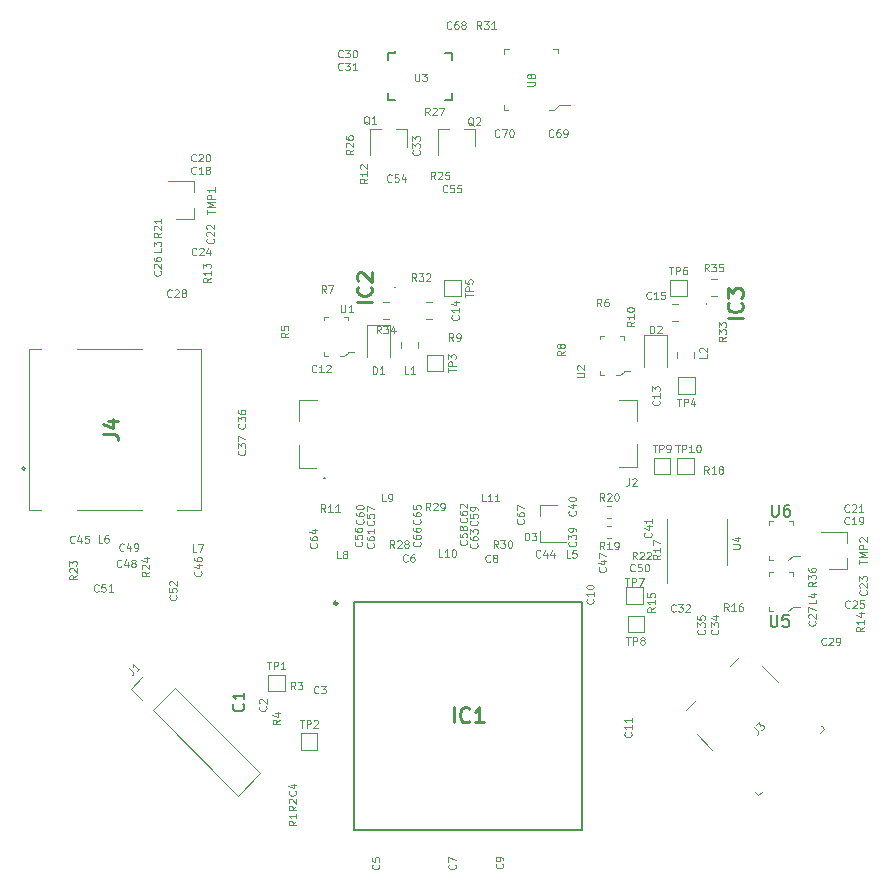
<source format=gbr>
G04 #@! TF.GenerationSoftware,KiCad,Pcbnew,(5.1.5)-3*
G04 #@! TF.CreationDate,2019-12-30T18:43:19-05:00*
G04 #@! TF.ProjectId,Flight_Computer,466c6967-6874-45f4-936f-6d7075746572,rev?*
G04 #@! TF.SameCoordinates,Original*
G04 #@! TF.FileFunction,Legend,Top*
G04 #@! TF.FilePolarity,Positive*
%FSLAX46Y46*%
G04 Gerber Fmt 4.6, Leading zero omitted, Abs format (unit mm)*
G04 Created by KiCad (PCBNEW (5.1.5)-3) date 2019-12-30 18:43:19*
%MOMM*%
%LPD*%
G04 APERTURE LIST*
%ADD10C,0.200000*%
%ADD11C,0.100000*%
%ADD12C,0.250000*%
%ADD13C,0.152400*%
%ADD14C,0.120000*%
%ADD15C,0.254000*%
%ADD16C,0.114300*%
%ADD17C,0.150000*%
%ADD18C,0.101600*%
G04 APERTURE END LIST*
D10*
X114749400Y-129886300D02*
G75*
G03X114749400Y-130086300I0J-100000D01*
G01*
X114749400Y-130086300D02*
G75*
G03X114749400Y-129886300I0J100000D01*
G01*
X114749400Y-130086300D02*
X114749400Y-130086300D01*
X114749400Y-129886300D02*
X114749400Y-129886300D01*
D11*
X115249400Y-133486300D02*
X116249400Y-133486300D01*
X115249400Y-119886300D02*
X115249400Y-133486300D01*
X116249400Y-119886300D02*
X115249400Y-119886300D01*
X124749400Y-133486300D02*
X119249400Y-133486300D01*
X124749400Y-119886300D02*
X119249400Y-119886300D01*
X128249400Y-133486300D02*
X127749400Y-133486300D01*
X128249400Y-119886300D02*
X127749400Y-119886300D01*
X129749400Y-133486300D02*
X128249400Y-133486300D01*
X129749400Y-119886300D02*
X129749400Y-133486300D01*
X128249400Y-119886300D02*
X129749400Y-119886300D01*
D10*
X172574940Y-116042800D02*
G75*
G03X172574940Y-116042800I-13340J0D01*
G01*
X146196340Y-114669200D02*
G75*
G03X146196340Y-114669200I-13340J0D01*
G01*
D12*
X141300000Y-141405200D02*
G75*
G03X141300000Y-141405200I-125000J0D01*
G01*
D10*
X142750000Y-160555200D02*
X142750000Y-141255200D01*
X162050000Y-160555200D02*
X142750000Y-160555200D01*
X162050000Y-141255200D02*
X162050000Y-160555200D01*
X142750000Y-141255200D02*
X162050000Y-141255200D01*
X140300000Y-130829200D02*
G75*
G02X140200000Y-130829200I-50000J0D01*
G01*
X140200000Y-130829200D02*
G75*
G02X140300000Y-130829200I50000J0D01*
G01*
X140300000Y-130829200D02*
G75*
G02X140200000Y-130829200I-50000J0D01*
G01*
D11*
X138100000Y-128029200D02*
X138100000Y-129929200D01*
D10*
X140200000Y-130829200D02*
X140200000Y-130829200D01*
X140300000Y-130829200D02*
X140300000Y-130829200D01*
X140200000Y-130829200D02*
X140200000Y-130829200D01*
D11*
X166690000Y-129889200D02*
X166690000Y-129889200D01*
X165200000Y-129889200D02*
X166690000Y-129889200D01*
X165200000Y-129889200D02*
X165200000Y-129889200D01*
X166690000Y-129889200D02*
X165200000Y-129889200D01*
X166700000Y-129829200D02*
X166700000Y-127929200D01*
X166690000Y-129829200D02*
X166700000Y-129829200D01*
X166690000Y-127929200D02*
X166690000Y-129829200D01*
X166700000Y-127929200D02*
X166690000Y-127929200D01*
X166700000Y-125929200D02*
X166700000Y-124229200D01*
X166700000Y-125929200D02*
X166700000Y-125929200D01*
X166700000Y-124229200D02*
X166700000Y-125929200D01*
X166700000Y-124229200D02*
X166700000Y-124229200D01*
X165200000Y-124169200D02*
X165200000Y-124169200D01*
X166690000Y-124169200D02*
X165200000Y-124169200D01*
X166690000Y-124169200D02*
X166690000Y-124169200D01*
X165200000Y-124169200D02*
X166690000Y-124169200D01*
X138110000Y-124169200D02*
X138110000Y-124169200D01*
X139600000Y-124169200D02*
X138110000Y-124169200D01*
X139600000Y-124169200D02*
X139600000Y-124169200D01*
X138110000Y-124169200D02*
X139600000Y-124169200D01*
X138110000Y-124229200D02*
X138110000Y-125929200D01*
X138110000Y-124229200D02*
X138110000Y-124229200D01*
X138110000Y-125929200D02*
X138110000Y-124229200D01*
X138110000Y-125929200D02*
X138110000Y-125929200D01*
X138100000Y-129929200D02*
X138100000Y-129929200D01*
X139500000Y-129929200D02*
X138100000Y-129929200D01*
X139500000Y-129929200D02*
X139500000Y-129929200D01*
X138100000Y-129929200D02*
X139500000Y-129929200D01*
X177866800Y-138765000D02*
X178216800Y-138765000D01*
X177866800Y-139115000D02*
X177866800Y-138765000D01*
X179866800Y-138765000D02*
X179866800Y-139115000D01*
X179516800Y-138765000D02*
X179866800Y-138765000D01*
X177866800Y-142065000D02*
X178216800Y-142065000D01*
X177866800Y-141715000D02*
X177866800Y-142065000D01*
X179916800Y-141715000D02*
X179466800Y-142065000D01*
X180516800Y-141715000D02*
X179916800Y-141715000D01*
X177866800Y-134421600D02*
X178216800Y-134421600D01*
X177866800Y-134771600D02*
X177866800Y-134421600D01*
X179866800Y-134421600D02*
X179866800Y-134771600D01*
X179516800Y-134421600D02*
X179866800Y-134421600D01*
X177866800Y-137721600D02*
X178216800Y-137721600D01*
X177866800Y-137371600D02*
X177866800Y-137721600D01*
X179916800Y-137371600D02*
X179466800Y-137721600D01*
X180516800Y-137371600D02*
X179916800Y-137371600D01*
D13*
X146236000Y-94803200D02*
X146236000Y-94603200D01*
X146236000Y-94803200D02*
X145636000Y-94803200D01*
X145636000Y-94803200D02*
X145636000Y-95403200D01*
X145636000Y-98203200D02*
X145636000Y-98803200D01*
X145636000Y-98803200D02*
X146236000Y-98803200D01*
X150436000Y-98803200D02*
X151036000Y-98803200D01*
X151036000Y-98803200D02*
X151036000Y-98203200D01*
X151036000Y-95403200D02*
X151036000Y-94803200D01*
X151036000Y-94803200D02*
X150436000Y-94803200D01*
D11*
X160059000Y-99232200D02*
X161009000Y-99232200D01*
X159634000Y-99657200D02*
X160059000Y-99232200D01*
X159259000Y-99657200D02*
X159634000Y-99657200D01*
X160034000Y-94457200D02*
X159584000Y-94457200D01*
X160034000Y-94457200D02*
X160034000Y-94832200D01*
X155434000Y-94457200D02*
X155434000Y-94857200D01*
X155434000Y-94457200D02*
X155884000Y-94457200D01*
X155434000Y-99657200D02*
X155434000Y-99232200D01*
X155434000Y-99657200D02*
X155809000Y-99657200D01*
X176942167Y-157671666D02*
X177242687Y-157371146D01*
X176730035Y-157459534D02*
X176942167Y-157671666D01*
X176730035Y-157459534D02*
X176677002Y-157406501D01*
X182563666Y-152050167D02*
X182210113Y-152403720D01*
X182333856Y-151820357D02*
X182563666Y-152050167D01*
X182333856Y-151820357D02*
X182280823Y-151767324D01*
X178586190Y-148072691D02*
X177260365Y-146746866D01*
X171744932Y-152474431D02*
X173070757Y-153800256D01*
X175298144Y-145951371D02*
X174538004Y-146711511D01*
X171674222Y-149575293D02*
X170808016Y-150441499D01*
D14*
X170115000Y-130472400D02*
X170115000Y-129072400D01*
X171515000Y-130472400D02*
X170115000Y-130472400D01*
X171515000Y-129072400D02*
X171515000Y-130472400D01*
X170115000Y-129072400D02*
X171515000Y-129072400D01*
X168108400Y-130472400D02*
X168108400Y-129072400D01*
X169508400Y-130472400D02*
X168108400Y-130472400D01*
X169508400Y-129072400D02*
X169508400Y-130472400D01*
X168108400Y-129072400D02*
X169508400Y-129072400D01*
X167285900Y-142470900D02*
X167285900Y-143870900D01*
X165885900Y-142470900D02*
X167285900Y-142470900D01*
X165885900Y-143870900D02*
X165885900Y-142470900D01*
X167285900Y-143870900D02*
X165885900Y-143870900D01*
X165758900Y-140057900D02*
X167158900Y-140057900D01*
X165758900Y-141457900D02*
X165758900Y-140057900D01*
X167158900Y-141457900D02*
X165758900Y-141457900D01*
X167158900Y-140057900D02*
X167158900Y-141457900D01*
X169505400Y-115410200D02*
X169505400Y-114010200D01*
X170905400Y-115410200D02*
X169505400Y-115410200D01*
X170905400Y-114010200D02*
X170905400Y-115410200D01*
X169505400Y-114010200D02*
X170905400Y-114010200D01*
X150353800Y-114010200D02*
X151753800Y-114010200D01*
X150353800Y-115410200D02*
X150353800Y-114010200D01*
X151753800Y-115410200D02*
X150353800Y-115410200D01*
X151753800Y-114010200D02*
X151753800Y-115410200D01*
X171565800Y-122265200D02*
X171565800Y-123665200D01*
X170165800Y-122265200D02*
X171565800Y-122265200D01*
X170165800Y-123665200D02*
X170165800Y-122265200D01*
X171565800Y-123665200D02*
X170165800Y-123665200D01*
X148906000Y-120360200D02*
X150306000Y-120360200D01*
X148906000Y-121760200D02*
X148906000Y-120360200D01*
X150306000Y-121760200D02*
X148906000Y-121760200D01*
X150306000Y-120360200D02*
X150306000Y-121760200D01*
X138238000Y-153789600D02*
X138238000Y-152389600D01*
X139638000Y-153789600D02*
X138238000Y-153789600D01*
X139638000Y-152389600D02*
X139638000Y-153789600D01*
X138238000Y-152389600D02*
X139638000Y-152389600D01*
X135469400Y-148836600D02*
X135469400Y-147436600D01*
X136869400Y-148836600D02*
X135469400Y-148836600D01*
X136869400Y-147436600D02*
X136869400Y-148836600D01*
X135469400Y-147436600D02*
X136869400Y-147436600D01*
X171525000Y-120654578D02*
X171525000Y-120137422D01*
X170105000Y-120654578D02*
X170105000Y-120137422D01*
X148157000Y-119794778D02*
X148157000Y-119277622D01*
X146737000Y-119794778D02*
X146737000Y-119277622D01*
X152964000Y-101246400D02*
X152964000Y-102706400D01*
X149804000Y-101246400D02*
X149804000Y-103406400D01*
X149804000Y-101246400D02*
X150734000Y-101246400D01*
X152964000Y-101246400D02*
X152034000Y-101246400D01*
X147245200Y-101275600D02*
X147245200Y-102735600D01*
X144085200Y-101275600D02*
X144085200Y-103435600D01*
X144085200Y-101275600D02*
X145015200Y-101275600D01*
X147245200Y-101275600D02*
X146315200Y-101275600D01*
X145740000Y-120536200D02*
X145740000Y-117851200D01*
X145740000Y-117851200D02*
X143820000Y-117851200D01*
X143820000Y-117851200D02*
X143820000Y-120536200D01*
X164500779Y-133123200D02*
X164175221Y-133123200D01*
X164500779Y-134143200D02*
X164175221Y-134143200D01*
D11*
X140224000Y-120099200D02*
X140224000Y-120424200D01*
X140224000Y-120424200D02*
X140524000Y-120424200D01*
X142224000Y-117449200D02*
X142224000Y-117124200D01*
X142224000Y-117124200D02*
X141924000Y-117124200D01*
X140224000Y-117424200D02*
X140224000Y-117124200D01*
X140224000Y-117124200D02*
X140549000Y-117124200D01*
X141899000Y-120424200D02*
X142224000Y-120199200D01*
X142224000Y-120199200D02*
X142224000Y-120099200D01*
X142224000Y-120099200D02*
X142749000Y-120099200D01*
X141899000Y-120424200D02*
X141524000Y-120424200D01*
D14*
X170133778Y-117499200D02*
X169616622Y-117499200D01*
X170133778Y-116079200D02*
X169616622Y-116079200D01*
X148839422Y-115905200D02*
X149356578Y-115905200D01*
X148839422Y-117325200D02*
X149356578Y-117325200D01*
D11*
X163592000Y-121721000D02*
X163592000Y-122046000D01*
X163592000Y-122046000D02*
X163892000Y-122046000D01*
X165592000Y-119071000D02*
X165592000Y-118746000D01*
X165592000Y-118746000D02*
X165292000Y-118746000D01*
X163592000Y-119046000D02*
X163592000Y-118746000D01*
X163592000Y-118746000D02*
X163917000Y-118746000D01*
X165267000Y-122046000D02*
X165592000Y-121821000D01*
X165592000Y-121821000D02*
X165592000Y-121721000D01*
X165592000Y-121721000D02*
X166117000Y-121721000D01*
X165267000Y-122046000D02*
X164892000Y-122046000D01*
D14*
X174327500Y-136236700D02*
X174327500Y-134286700D01*
X174327500Y-136236700D02*
X174327500Y-138186700D01*
X169207500Y-136236700D02*
X169207500Y-134286700D01*
X169207500Y-136236700D02*
X169207500Y-139686700D01*
X164175221Y-135857700D02*
X164500779Y-135857700D01*
X164175221Y-134837700D02*
X164500779Y-134837700D01*
X172918622Y-115365600D02*
X173435778Y-115365600D01*
X172918622Y-113945600D02*
X173435778Y-113945600D01*
X145673578Y-115905200D02*
X145156422Y-115905200D01*
X145673578Y-117325200D02*
X145156422Y-117325200D01*
X184447720Y-138538060D02*
X182987720Y-138538060D01*
X184447720Y-135378060D02*
X182287720Y-135378060D01*
X184447720Y-135378060D02*
X184447720Y-136308060D01*
X184447720Y-138538060D02*
X184447720Y-137608060D01*
X129151920Y-108830220D02*
X127691920Y-108830220D01*
X129151920Y-105670220D02*
X126991920Y-105670220D01*
X129151920Y-105670220D02*
X129151920Y-106600220D01*
X129151920Y-108830220D02*
X129151920Y-107900220D01*
X123849096Y-148619200D02*
X124789548Y-147678748D01*
X124789548Y-149559652D02*
X123849096Y-148619200D01*
X125687574Y-150457678D02*
X127568478Y-148576774D01*
X127568478Y-148576774D02*
X134795109Y-155803405D01*
X125687574Y-150457678D02*
X132914205Y-157684309D01*
X132914205Y-157684309D02*
X134795109Y-155803405D01*
X158498000Y-133069200D02*
X158498000Y-133999200D01*
X158498000Y-136229200D02*
X158498000Y-135299200D01*
X158498000Y-136229200D02*
X160658000Y-136229200D01*
X158498000Y-133069200D02*
X159958000Y-133069200D01*
X169235000Y-121396000D02*
X169235000Y-118711000D01*
X169235000Y-118711000D02*
X167315000Y-118711000D01*
X167315000Y-118711000D02*
X167315000Y-121396000D01*
D15*
X121503923Y-127109633D02*
X122411066Y-127109633D01*
X122592495Y-127170109D01*
X122713447Y-127291061D01*
X122773923Y-127472490D01*
X122773923Y-127593442D01*
X121927257Y-125960585D02*
X122773923Y-125960585D01*
X121443447Y-126262966D02*
X122350590Y-126565347D01*
X122350590Y-125779157D01*
X175639123Y-117278561D02*
X174369123Y-117278561D01*
X175518171Y-115948085D02*
X175578647Y-116008561D01*
X175639123Y-116189990D01*
X175639123Y-116310942D01*
X175578647Y-116492371D01*
X175457695Y-116613323D01*
X175336742Y-116673800D01*
X175094838Y-116734276D01*
X174913409Y-116734276D01*
X174671504Y-116673800D01*
X174550552Y-116613323D01*
X174429600Y-116492371D01*
X174369123Y-116310942D01*
X174369123Y-116189990D01*
X174429600Y-116008561D01*
X174490076Y-115948085D01*
X174369123Y-115524752D02*
X174369123Y-114738561D01*
X174852933Y-115161895D01*
X174852933Y-114980466D01*
X174913409Y-114859514D01*
X174973885Y-114799038D01*
X175094838Y-114738561D01*
X175397219Y-114738561D01*
X175518171Y-114799038D01*
X175578647Y-114859514D01*
X175639123Y-114980466D01*
X175639123Y-115343323D01*
X175578647Y-115464276D01*
X175518171Y-115524752D01*
X144254523Y-115912961D02*
X142984523Y-115912961D01*
X144133571Y-114582485D02*
X144194047Y-114642961D01*
X144254523Y-114824390D01*
X144254523Y-114945342D01*
X144194047Y-115126771D01*
X144073095Y-115247723D01*
X143952142Y-115308200D01*
X143710238Y-115368676D01*
X143528809Y-115368676D01*
X143286904Y-115308200D01*
X143165952Y-115247723D01*
X143045000Y-115126771D01*
X142984523Y-114945342D01*
X142984523Y-114824390D01*
X143045000Y-114642961D01*
X143105476Y-114582485D01*
X143105476Y-114098676D02*
X143045000Y-114038200D01*
X142984523Y-113917247D01*
X142984523Y-113614866D01*
X143045000Y-113493914D01*
X143105476Y-113433438D01*
X143226428Y-113372961D01*
X143347380Y-113372961D01*
X143528809Y-113433438D01*
X144254523Y-114159152D01*
X144254523Y-113372961D01*
X151160238Y-151479723D02*
X151160238Y-150209723D01*
X152490714Y-151358771D02*
X152430238Y-151419247D01*
X152248809Y-151479723D01*
X152127857Y-151479723D01*
X151946428Y-151419247D01*
X151825476Y-151298295D01*
X151765000Y-151177342D01*
X151704523Y-150935438D01*
X151704523Y-150754009D01*
X151765000Y-150512104D01*
X151825476Y-150391152D01*
X151946428Y-150270200D01*
X152127857Y-150209723D01*
X152248809Y-150209723D01*
X152430238Y-150270200D01*
X152490714Y-150330676D01*
X153700238Y-151479723D02*
X152974523Y-151479723D01*
X153337380Y-151479723D02*
X153337380Y-150209723D01*
X153216428Y-150391152D01*
X153095476Y-150512104D01*
X152974523Y-150572580D01*
D16*
X166031333Y-130808961D02*
X166031333Y-131262533D01*
X166001095Y-131353247D01*
X165940619Y-131413723D01*
X165849904Y-131443961D01*
X165789428Y-131443961D01*
X166303476Y-130869438D02*
X166333714Y-130839200D01*
X166394190Y-130808961D01*
X166545380Y-130808961D01*
X166605857Y-130839200D01*
X166636095Y-130869438D01*
X166666333Y-130929914D01*
X166666333Y-130990390D01*
X166636095Y-131081104D01*
X166273238Y-131443961D01*
X166666333Y-131443961D01*
D17*
X178003295Y-142381980D02*
X178003295Y-143191504D01*
X178050914Y-143286742D01*
X178098533Y-143334361D01*
X178193771Y-143381980D01*
X178384247Y-143381980D01*
X178479485Y-143334361D01*
X178527104Y-143286742D01*
X178574723Y-143191504D01*
X178574723Y-142381980D01*
X179527104Y-142381980D02*
X179050914Y-142381980D01*
X179003295Y-142858171D01*
X179050914Y-142810552D01*
X179146152Y-142762933D01*
X179384247Y-142762933D01*
X179479485Y-142810552D01*
X179527104Y-142858171D01*
X179574723Y-142953409D01*
X179574723Y-143191504D01*
X179527104Y-143286742D01*
X179479485Y-143334361D01*
X179384247Y-143381980D01*
X179146152Y-143381980D01*
X179050914Y-143334361D01*
X179003295Y-143286742D01*
X178104895Y-133060180D02*
X178104895Y-133869704D01*
X178152514Y-133964942D01*
X178200133Y-134012561D01*
X178295371Y-134060180D01*
X178485847Y-134060180D01*
X178581085Y-134012561D01*
X178628704Y-133964942D01*
X178676323Y-133869704D01*
X178676323Y-133060180D01*
X179581085Y-133060180D02*
X179390609Y-133060180D01*
X179295371Y-133107800D01*
X179247752Y-133155419D01*
X179152514Y-133298276D01*
X179104895Y-133488752D01*
X179104895Y-133869704D01*
X179152514Y-133964942D01*
X179200133Y-134012561D01*
X179295371Y-134060180D01*
X179485847Y-134060180D01*
X179581085Y-134012561D01*
X179628704Y-133964942D01*
X179676323Y-133869704D01*
X179676323Y-133631609D01*
X179628704Y-133536371D01*
X179581085Y-133488752D01*
X179485847Y-133441133D01*
X179295371Y-133441133D01*
X179200133Y-133488752D01*
X179152514Y-133536371D01*
X179104895Y-133631609D01*
D16*
X147902990Y-96557061D02*
X147902990Y-97071109D01*
X147933228Y-97131585D01*
X147963466Y-97161823D01*
X148023942Y-97192061D01*
X148144895Y-97192061D01*
X148205371Y-97161823D01*
X148235609Y-97131585D01*
X148265847Y-97071109D01*
X148265847Y-96557061D01*
X148507752Y-96557061D02*
X148900847Y-96557061D01*
X148689180Y-96798966D01*
X148779895Y-96798966D01*
X148840371Y-96829204D01*
X148870609Y-96859442D01*
X148900847Y-96919919D01*
X148900847Y-97071109D01*
X148870609Y-97131585D01*
X148840371Y-97161823D01*
X148779895Y-97192061D01*
X148598466Y-97192061D01*
X148537990Y-97161823D01*
X148507752Y-97131585D01*
X157411661Y-97591809D02*
X157925709Y-97591809D01*
X157986185Y-97561571D01*
X158016423Y-97531333D01*
X158046661Y-97470857D01*
X158046661Y-97349904D01*
X158016423Y-97289428D01*
X157986185Y-97259190D01*
X157925709Y-97228952D01*
X157411661Y-97228952D01*
X157683804Y-96835857D02*
X157653566Y-96896333D01*
X157623328Y-96926571D01*
X157562852Y-96956809D01*
X157532614Y-96956809D01*
X157472138Y-96926571D01*
X157441900Y-96896333D01*
X157411661Y-96835857D01*
X157411661Y-96714904D01*
X157441900Y-96654428D01*
X157472138Y-96624190D01*
X157532614Y-96593952D01*
X157562852Y-96593952D01*
X157623328Y-96624190D01*
X157653566Y-96654428D01*
X157683804Y-96714904D01*
X157683804Y-96835857D01*
X157714042Y-96896333D01*
X157744280Y-96926571D01*
X157804757Y-96956809D01*
X157925709Y-96956809D01*
X157986185Y-96926571D01*
X158016423Y-96896333D01*
X158046661Y-96835857D01*
X158046661Y-96714904D01*
X158016423Y-96654428D01*
X157986185Y-96624190D01*
X157925709Y-96593952D01*
X157804757Y-96593952D01*
X157744280Y-96624190D01*
X157714042Y-96654428D01*
X157683804Y-96714904D01*
X176604442Y-151903782D02*
X176925165Y-152224506D01*
X176967928Y-152310032D01*
X176967928Y-152395558D01*
X176925165Y-152481085D01*
X176882402Y-152523848D01*
X176775494Y-151732730D02*
X177053454Y-151454770D01*
X177074836Y-151775493D01*
X177138981Y-151711348D01*
X177203125Y-151689967D01*
X177245888Y-151689967D01*
X177310033Y-151711348D01*
X177416941Y-151818256D01*
X177438323Y-151882401D01*
X177438323Y-151925164D01*
X177416941Y-151989309D01*
X177288652Y-152117598D01*
X177224507Y-152138980D01*
X177181744Y-152138980D01*
D18*
X137828261Y-158567533D02*
X137525880Y-158779200D01*
X137828261Y-158930390D02*
X137193261Y-158930390D01*
X137193261Y-158688485D01*
X137223500Y-158628009D01*
X137253738Y-158597771D01*
X137314214Y-158567533D01*
X137404928Y-158567533D01*
X137465404Y-158597771D01*
X137495642Y-158628009D01*
X137525880Y-158688485D01*
X137525880Y-158930390D01*
X137253738Y-158325628D02*
X137223500Y-158295390D01*
X137193261Y-158234914D01*
X137193261Y-158083723D01*
X137223500Y-158023247D01*
X137253738Y-157993009D01*
X137314214Y-157962771D01*
X137374690Y-157962771D01*
X137465404Y-157993009D01*
X137828261Y-158355866D01*
X137828261Y-157962771D01*
X137828261Y-159837533D02*
X137525880Y-160049200D01*
X137828261Y-160200390D02*
X137193261Y-160200390D01*
X137193261Y-159958485D01*
X137223500Y-159898009D01*
X137253738Y-159867771D01*
X137314214Y-159837533D01*
X137404928Y-159837533D01*
X137465404Y-159867771D01*
X137495642Y-159898009D01*
X137525880Y-159958485D01*
X137525880Y-160200390D01*
X137828261Y-159232771D02*
X137828261Y-159595628D01*
X137828261Y-159414200D02*
X137193261Y-159414200D01*
X137283976Y-159474676D01*
X137344452Y-159535152D01*
X137374690Y-159595628D01*
X148245285Y-103053414D02*
X148275523Y-103083652D01*
X148305761Y-103174366D01*
X148305761Y-103234842D01*
X148275523Y-103325557D01*
X148215047Y-103386033D01*
X148154571Y-103416271D01*
X148033619Y-103446509D01*
X147942904Y-103446509D01*
X147821952Y-103416271D01*
X147761476Y-103386033D01*
X147701000Y-103325557D01*
X147670761Y-103234842D01*
X147670761Y-103174366D01*
X147701000Y-103083652D01*
X147731238Y-103053414D01*
X147670761Y-102841747D02*
X147670761Y-102448652D01*
X147912666Y-102660319D01*
X147912666Y-102569604D01*
X147942904Y-102509128D01*
X147973142Y-102478890D01*
X148033619Y-102448652D01*
X148184809Y-102448652D01*
X148245285Y-102478890D01*
X148275523Y-102509128D01*
X148305761Y-102569604D01*
X148305761Y-102751033D01*
X148275523Y-102811509D01*
X148245285Y-102841747D01*
X147670761Y-102236985D02*
X147670761Y-101843890D01*
X147912666Y-102055557D01*
X147912666Y-101964842D01*
X147942904Y-101904366D01*
X147973142Y-101874128D01*
X148033619Y-101843890D01*
X148184809Y-101843890D01*
X148245285Y-101874128D01*
X148275523Y-101904366D01*
X148305761Y-101964842D01*
X148305761Y-102146271D01*
X148275523Y-102206747D01*
X148245285Y-102236985D01*
X141768285Y-96204485D02*
X141738047Y-96234723D01*
X141647333Y-96264961D01*
X141586857Y-96264961D01*
X141496142Y-96234723D01*
X141435666Y-96174247D01*
X141405428Y-96113771D01*
X141375190Y-95992819D01*
X141375190Y-95902104D01*
X141405428Y-95781152D01*
X141435666Y-95720676D01*
X141496142Y-95660200D01*
X141586857Y-95629961D01*
X141647333Y-95629961D01*
X141738047Y-95660200D01*
X141768285Y-95690438D01*
X141979952Y-95629961D02*
X142373047Y-95629961D01*
X142161380Y-95871866D01*
X142252095Y-95871866D01*
X142312571Y-95902104D01*
X142342809Y-95932342D01*
X142373047Y-95992819D01*
X142373047Y-96144009D01*
X142342809Y-96204485D01*
X142312571Y-96234723D01*
X142252095Y-96264961D01*
X142070666Y-96264961D01*
X142010190Y-96234723D01*
X141979952Y-96204485D01*
X142977809Y-96264961D02*
X142614952Y-96264961D01*
X142796380Y-96264961D02*
X142796380Y-95629961D01*
X142735904Y-95720676D01*
X142675428Y-95781152D01*
X142614952Y-95811390D01*
X141768285Y-95124985D02*
X141738047Y-95155223D01*
X141647333Y-95185461D01*
X141586857Y-95185461D01*
X141496142Y-95155223D01*
X141435666Y-95094747D01*
X141405428Y-95034271D01*
X141375190Y-94913319D01*
X141375190Y-94822604D01*
X141405428Y-94701652D01*
X141435666Y-94641176D01*
X141496142Y-94580700D01*
X141586857Y-94550461D01*
X141647333Y-94550461D01*
X141738047Y-94580700D01*
X141768285Y-94610938D01*
X141979952Y-94550461D02*
X142373047Y-94550461D01*
X142161380Y-94792366D01*
X142252095Y-94792366D01*
X142312571Y-94822604D01*
X142342809Y-94852842D01*
X142373047Y-94913319D01*
X142373047Y-95064509D01*
X142342809Y-95124985D01*
X142312571Y-95155223D01*
X142252095Y-95185461D01*
X142070666Y-95185461D01*
X142010190Y-95155223D01*
X141979952Y-95124985D01*
X142766142Y-94550461D02*
X142826619Y-94550461D01*
X142887095Y-94580700D01*
X142917333Y-94610938D01*
X142947571Y-94671414D01*
X142977809Y-94792366D01*
X142977809Y-94943557D01*
X142947571Y-95064509D01*
X142917333Y-95124985D01*
X142887095Y-95155223D01*
X142826619Y-95185461D01*
X142766142Y-95185461D01*
X142705666Y-95155223D01*
X142675428Y-95124985D01*
X142645190Y-95064509D01*
X142614952Y-94943557D01*
X142614952Y-94792366D01*
X142645190Y-94671414D01*
X142675428Y-94610938D01*
X142705666Y-94580700D01*
X142766142Y-94550461D01*
D17*
X133353142Y-149928866D02*
X133400761Y-149976485D01*
X133448380Y-150119342D01*
X133448380Y-150214580D01*
X133400761Y-150357438D01*
X133305523Y-150452676D01*
X133210285Y-150500295D01*
X133019809Y-150547914D01*
X132876952Y-150547914D01*
X132686476Y-150500295D01*
X132591238Y-150452676D01*
X132496000Y-150357438D01*
X132448380Y-150214580D01*
X132448380Y-150119342D01*
X132496000Y-149976485D01*
X132543619Y-149928866D01*
X133448380Y-148976485D02*
X133448380Y-149547914D01*
X133448380Y-149262200D02*
X132448380Y-149262200D01*
X132591238Y-149357438D01*
X132686476Y-149452676D01*
X132734095Y-149547914D01*
D18*
X136467761Y-151265033D02*
X136165380Y-151476700D01*
X136467761Y-151627890D02*
X135832761Y-151627890D01*
X135832761Y-151385985D01*
X135863000Y-151325509D01*
X135893238Y-151295271D01*
X135953714Y-151265033D01*
X136044428Y-151265033D01*
X136104904Y-151295271D01*
X136135142Y-151325509D01*
X136165380Y-151385985D01*
X136165380Y-151627890D01*
X136044428Y-150720747D02*
X136467761Y-150720747D01*
X135802523Y-150871938D02*
X136256095Y-151023128D01*
X136256095Y-150630033D01*
X137752666Y-148688961D02*
X137541000Y-148386580D01*
X137389809Y-148688961D02*
X137389809Y-148053961D01*
X137631714Y-148053961D01*
X137692190Y-148084200D01*
X137722428Y-148114438D01*
X137752666Y-148174914D01*
X137752666Y-148265628D01*
X137722428Y-148326104D01*
X137692190Y-148356342D01*
X137631714Y-148386580D01*
X137389809Y-148386580D01*
X137964333Y-148053961D02*
X138357428Y-148053961D01*
X138145761Y-148295866D01*
X138236476Y-148295866D01*
X138296952Y-148326104D01*
X138327190Y-148356342D01*
X138357428Y-148416819D01*
X138357428Y-148568009D01*
X138327190Y-148628485D01*
X138296952Y-148658723D01*
X138236476Y-148688961D01*
X138055047Y-148688961D01*
X137994571Y-148658723D01*
X137964333Y-148628485D01*
X166191985Y-152329414D02*
X166222223Y-152359652D01*
X166252461Y-152450366D01*
X166252461Y-152510842D01*
X166222223Y-152601557D01*
X166161747Y-152662033D01*
X166101271Y-152692271D01*
X165980319Y-152722509D01*
X165889604Y-152722509D01*
X165768652Y-152692271D01*
X165708176Y-152662033D01*
X165647700Y-152601557D01*
X165617461Y-152510842D01*
X165617461Y-152450366D01*
X165647700Y-152359652D01*
X165677938Y-152329414D01*
X166252461Y-151724652D02*
X166252461Y-152087509D01*
X166252461Y-151906080D02*
X165617461Y-151906080D01*
X165708176Y-151966557D01*
X165768652Y-152027033D01*
X165798890Y-152087509D01*
X166252461Y-151119890D02*
X166252461Y-151482747D01*
X166252461Y-151301319D02*
X165617461Y-151301319D01*
X165708176Y-151361795D01*
X165768652Y-151422271D01*
X165798890Y-151482747D01*
X162964585Y-141051814D02*
X162994823Y-141082052D01*
X163025061Y-141172766D01*
X163025061Y-141233242D01*
X162994823Y-141323957D01*
X162934347Y-141384433D01*
X162873871Y-141414671D01*
X162752919Y-141444909D01*
X162662204Y-141444909D01*
X162541252Y-141414671D01*
X162480776Y-141384433D01*
X162420300Y-141323957D01*
X162390061Y-141233242D01*
X162390061Y-141172766D01*
X162420300Y-141082052D01*
X162450538Y-141051814D01*
X163025061Y-140447052D02*
X163025061Y-140809909D01*
X163025061Y-140628480D02*
X162390061Y-140628480D01*
X162480776Y-140688957D01*
X162541252Y-140749433D01*
X162571490Y-140809909D01*
X162390061Y-140053957D02*
X162390061Y-139993480D01*
X162420300Y-139933004D01*
X162450538Y-139902766D01*
X162511014Y-139872528D01*
X162631966Y-139842290D01*
X162783157Y-139842290D01*
X162904109Y-139872528D01*
X162964585Y-139902766D01*
X162994823Y-139933004D01*
X163025061Y-139993480D01*
X163025061Y-140053957D01*
X162994823Y-140114433D01*
X162964585Y-140144671D01*
X162904109Y-140174909D01*
X162783157Y-140205147D01*
X162631966Y-140205147D01*
X162511014Y-140174909D01*
X162450538Y-140144671D01*
X162420300Y-140114433D01*
X162390061Y-140053957D01*
X155293785Y-163457033D02*
X155324023Y-163487271D01*
X155354261Y-163577985D01*
X155354261Y-163638461D01*
X155324023Y-163729176D01*
X155263547Y-163789652D01*
X155203071Y-163819890D01*
X155082119Y-163850128D01*
X154991404Y-163850128D01*
X154870452Y-163819890D01*
X154809976Y-163789652D01*
X154749500Y-163729176D01*
X154719261Y-163638461D01*
X154719261Y-163577985D01*
X154749500Y-163487271D01*
X154779738Y-163457033D01*
X155354261Y-163154652D02*
X155354261Y-163033700D01*
X155324023Y-162973223D01*
X155293785Y-162942985D01*
X155203071Y-162882509D01*
X155082119Y-162852271D01*
X154840214Y-162852271D01*
X154779738Y-162882509D01*
X154749500Y-162912747D01*
X154719261Y-162973223D01*
X154719261Y-163094176D01*
X154749500Y-163154652D01*
X154779738Y-163184890D01*
X154840214Y-163215128D01*
X154991404Y-163215128D01*
X155051880Y-163184890D01*
X155082119Y-163154652D01*
X155112357Y-163094176D01*
X155112357Y-162973223D01*
X155082119Y-162912747D01*
X155051880Y-162882509D01*
X154991404Y-162852271D01*
X154249966Y-137847785D02*
X154219728Y-137878023D01*
X154129014Y-137908261D01*
X154068538Y-137908261D01*
X153977823Y-137878023D01*
X153917347Y-137817547D01*
X153887109Y-137757071D01*
X153856871Y-137636119D01*
X153856871Y-137545404D01*
X153887109Y-137424452D01*
X153917347Y-137363976D01*
X153977823Y-137303500D01*
X154068538Y-137273261D01*
X154129014Y-137273261D01*
X154219728Y-137303500D01*
X154249966Y-137333738D01*
X154612823Y-137545404D02*
X154552347Y-137515166D01*
X154522109Y-137484928D01*
X154491871Y-137424452D01*
X154491871Y-137394214D01*
X154522109Y-137333738D01*
X154552347Y-137303500D01*
X154612823Y-137273261D01*
X154733776Y-137273261D01*
X154794252Y-137303500D01*
X154824490Y-137333738D01*
X154854728Y-137394214D01*
X154854728Y-137424452D01*
X154824490Y-137484928D01*
X154794252Y-137515166D01*
X154733776Y-137545404D01*
X154612823Y-137545404D01*
X154552347Y-137575642D01*
X154522109Y-137605880D01*
X154491871Y-137666357D01*
X154491871Y-137787309D01*
X154522109Y-137847785D01*
X154552347Y-137878023D01*
X154612823Y-137908261D01*
X154733776Y-137908261D01*
X154794252Y-137878023D01*
X154824490Y-137847785D01*
X154854728Y-137787309D01*
X154854728Y-137666357D01*
X154824490Y-137605880D01*
X154794252Y-137575642D01*
X154733776Y-137545404D01*
X151293285Y-163520533D02*
X151323523Y-163550771D01*
X151353761Y-163641485D01*
X151353761Y-163701961D01*
X151323523Y-163792676D01*
X151263047Y-163853152D01*
X151202571Y-163883390D01*
X151081619Y-163913628D01*
X150990904Y-163913628D01*
X150869952Y-163883390D01*
X150809476Y-163853152D01*
X150749000Y-163792676D01*
X150718761Y-163701961D01*
X150718761Y-163641485D01*
X150749000Y-163550771D01*
X150779238Y-163520533D01*
X150718761Y-163308866D02*
X150718761Y-162885533D01*
X151353761Y-163157676D01*
X147264966Y-137822385D02*
X147234728Y-137852623D01*
X147144014Y-137882861D01*
X147083538Y-137882861D01*
X146992823Y-137852623D01*
X146932347Y-137792147D01*
X146902109Y-137731671D01*
X146871871Y-137610719D01*
X146871871Y-137520004D01*
X146902109Y-137399052D01*
X146932347Y-137338576D01*
X146992823Y-137278100D01*
X147083538Y-137247861D01*
X147144014Y-137247861D01*
X147234728Y-137278100D01*
X147264966Y-137308338D01*
X147809252Y-137247861D02*
X147688300Y-137247861D01*
X147627823Y-137278100D01*
X147597585Y-137308338D01*
X147537109Y-137399052D01*
X147506871Y-137520004D01*
X147506871Y-137761909D01*
X147537109Y-137822385D01*
X147567347Y-137852623D01*
X147627823Y-137882861D01*
X147748776Y-137882861D01*
X147809252Y-137852623D01*
X147839490Y-137822385D01*
X147869728Y-137761909D01*
X147869728Y-137610719D01*
X147839490Y-137550242D01*
X147809252Y-137520004D01*
X147748776Y-137489766D01*
X147627823Y-137489766D01*
X147567347Y-137520004D01*
X147537109Y-137550242D01*
X147506871Y-137610719D01*
X144816285Y-163520533D02*
X144846523Y-163550771D01*
X144876761Y-163641485D01*
X144876761Y-163701961D01*
X144846523Y-163792676D01*
X144786047Y-163853152D01*
X144725571Y-163883390D01*
X144604619Y-163913628D01*
X144513904Y-163913628D01*
X144392952Y-163883390D01*
X144332476Y-163853152D01*
X144272000Y-163792676D01*
X144241761Y-163701961D01*
X144241761Y-163641485D01*
X144272000Y-163550771D01*
X144302238Y-163520533D01*
X144241761Y-162946009D02*
X144241761Y-163248390D01*
X144544142Y-163278628D01*
X144513904Y-163248390D01*
X144483666Y-163187914D01*
X144483666Y-163036723D01*
X144513904Y-162976247D01*
X144544142Y-162946009D01*
X144604619Y-162915771D01*
X144755809Y-162915771D01*
X144816285Y-162946009D01*
X144846523Y-162976247D01*
X144876761Y-163036723D01*
X144876761Y-163187914D01*
X144846523Y-163248390D01*
X144816285Y-163278628D01*
X137767785Y-157297533D02*
X137798023Y-157327771D01*
X137828261Y-157418485D01*
X137828261Y-157478961D01*
X137798023Y-157569676D01*
X137737547Y-157630152D01*
X137677071Y-157660390D01*
X137556119Y-157690628D01*
X137465404Y-157690628D01*
X137344452Y-157660390D01*
X137283976Y-157630152D01*
X137223500Y-157569676D01*
X137193261Y-157478961D01*
X137193261Y-157418485D01*
X137223500Y-157327771D01*
X137253738Y-157297533D01*
X137404928Y-156753247D02*
X137828261Y-156753247D01*
X137163023Y-156904438D02*
X137616595Y-157055628D01*
X137616595Y-156662533D01*
X139721166Y-148972985D02*
X139690928Y-149003223D01*
X139600214Y-149033461D01*
X139539738Y-149033461D01*
X139449023Y-149003223D01*
X139388547Y-148942747D01*
X139358309Y-148882271D01*
X139328071Y-148761319D01*
X139328071Y-148670604D01*
X139358309Y-148549652D01*
X139388547Y-148489176D01*
X139449023Y-148428700D01*
X139539738Y-148398461D01*
X139600214Y-148398461D01*
X139690928Y-148428700D01*
X139721166Y-148458938D01*
X139932833Y-148398461D02*
X140325928Y-148398461D01*
X140114261Y-148640366D01*
X140204976Y-148640366D01*
X140265452Y-148670604D01*
X140295690Y-148700842D01*
X140325928Y-148761319D01*
X140325928Y-148912509D01*
X140295690Y-148972985D01*
X140265452Y-149003223D01*
X140204976Y-149033461D01*
X140023547Y-149033461D01*
X139963071Y-149003223D01*
X139932833Y-148972985D01*
X135264285Y-150122033D02*
X135294523Y-150152271D01*
X135324761Y-150242985D01*
X135324761Y-150303461D01*
X135294523Y-150394176D01*
X135234047Y-150454652D01*
X135173571Y-150484890D01*
X135052619Y-150515128D01*
X134961904Y-150515128D01*
X134840952Y-150484890D01*
X134780476Y-150454652D01*
X134720000Y-150394176D01*
X134689761Y-150303461D01*
X134689761Y-150242985D01*
X134720000Y-150152271D01*
X134750238Y-150122033D01*
X134750238Y-149880128D02*
X134720000Y-149849890D01*
X134689761Y-149789414D01*
X134689761Y-149638223D01*
X134720000Y-149577747D01*
X134750238Y-149547509D01*
X134810714Y-149517271D01*
X134871190Y-149517271D01*
X134961904Y-149547509D01*
X135324761Y-149910366D01*
X135324761Y-149517271D01*
X181828681Y-139588774D02*
X181526300Y-139800440D01*
X181828681Y-139951631D02*
X181193681Y-139951631D01*
X181193681Y-139709726D01*
X181223920Y-139649250D01*
X181254158Y-139619012D01*
X181314634Y-139588774D01*
X181405348Y-139588774D01*
X181465824Y-139619012D01*
X181496062Y-139649250D01*
X181526300Y-139709726D01*
X181526300Y-139951631D01*
X181193681Y-139377107D02*
X181193681Y-138984012D01*
X181435586Y-139195679D01*
X181435586Y-139104964D01*
X181465824Y-139044488D01*
X181496062Y-139014250D01*
X181556539Y-138984012D01*
X181707729Y-138984012D01*
X181768205Y-139014250D01*
X181798443Y-139044488D01*
X181828681Y-139104964D01*
X181828681Y-139286393D01*
X181798443Y-139346869D01*
X181768205Y-139377107D01*
X181193681Y-138439726D02*
X181193681Y-138560679D01*
X181223920Y-138621155D01*
X181254158Y-138651393D01*
X181344872Y-138711869D01*
X181465824Y-138742107D01*
X181707729Y-138742107D01*
X181768205Y-138711869D01*
X181798443Y-138681631D01*
X181828681Y-138621155D01*
X181828681Y-138500202D01*
X181798443Y-138439726D01*
X181768205Y-138409488D01*
X181707729Y-138379250D01*
X181556539Y-138379250D01*
X181496062Y-138409488D01*
X181465824Y-138439726D01*
X181435586Y-138500202D01*
X181435586Y-138621155D01*
X181465824Y-138681631D01*
X181496062Y-138711869D01*
X181556539Y-138742107D01*
X126398261Y-110038414D02*
X126095880Y-110250080D01*
X126398261Y-110401271D02*
X125763261Y-110401271D01*
X125763261Y-110159366D01*
X125793500Y-110098890D01*
X125823738Y-110068652D01*
X125884214Y-110038414D01*
X125974928Y-110038414D01*
X126035404Y-110068652D01*
X126065642Y-110098890D01*
X126095880Y-110159366D01*
X126095880Y-110401271D01*
X125823738Y-109796509D02*
X125793500Y-109766271D01*
X125763261Y-109705795D01*
X125763261Y-109554604D01*
X125793500Y-109494128D01*
X125823738Y-109463890D01*
X125884214Y-109433652D01*
X125944690Y-109433652D01*
X126035404Y-109463890D01*
X126398261Y-109826747D01*
X126398261Y-109433652D01*
X126398261Y-108828890D02*
X126398261Y-109191747D01*
X126398261Y-109010319D02*
X125763261Y-109010319D01*
X125853976Y-109070795D01*
X125914452Y-109131271D01*
X125944690Y-109191747D01*
X172756285Y-130427961D02*
X172544619Y-130125580D01*
X172393428Y-130427961D02*
X172393428Y-129792961D01*
X172635333Y-129792961D01*
X172695809Y-129823200D01*
X172726047Y-129853438D01*
X172756285Y-129913914D01*
X172756285Y-130004628D01*
X172726047Y-130065104D01*
X172695809Y-130095342D01*
X172635333Y-130125580D01*
X172393428Y-130125580D01*
X173361047Y-130427961D02*
X172998190Y-130427961D01*
X173179619Y-130427961D02*
X173179619Y-129792961D01*
X173119142Y-129883676D01*
X173058666Y-129944152D01*
X172998190Y-129974390D01*
X173723904Y-130065104D02*
X173663428Y-130034866D01*
X173633190Y-130004628D01*
X173602952Y-129944152D01*
X173602952Y-129913914D01*
X173633190Y-129853438D01*
X173663428Y-129823200D01*
X173723904Y-129792961D01*
X173844857Y-129792961D01*
X173905333Y-129823200D01*
X173935571Y-129853438D01*
X173965809Y-129913914D01*
X173965809Y-129944152D01*
X173935571Y-130004628D01*
X173905333Y-130034866D01*
X173844857Y-130065104D01*
X173723904Y-130065104D01*
X173663428Y-130095342D01*
X173633190Y-130125580D01*
X173602952Y-130186057D01*
X173602952Y-130307009D01*
X173633190Y-130367485D01*
X173663428Y-130397723D01*
X173723904Y-130427961D01*
X173844857Y-130427961D01*
X173905333Y-130397723D01*
X173935571Y-130367485D01*
X173965809Y-130307009D01*
X173965809Y-130186057D01*
X173935571Y-130125580D01*
X173905333Y-130095342D01*
X173844857Y-130065104D01*
X168663861Y-137292614D02*
X168361480Y-137504280D01*
X168663861Y-137655471D02*
X168028861Y-137655471D01*
X168028861Y-137413566D01*
X168059100Y-137353090D01*
X168089338Y-137322852D01*
X168149814Y-137292614D01*
X168240528Y-137292614D01*
X168301004Y-137322852D01*
X168331242Y-137353090D01*
X168361480Y-137413566D01*
X168361480Y-137655471D01*
X168663861Y-136687852D02*
X168663861Y-137050709D01*
X168663861Y-136869280D02*
X168028861Y-136869280D01*
X168119576Y-136929757D01*
X168180052Y-136990233D01*
X168210290Y-137050709D01*
X168028861Y-136476185D02*
X168028861Y-136052852D01*
X168663861Y-136324995D01*
X174445385Y-142048461D02*
X174233719Y-141746080D01*
X174082528Y-142048461D02*
X174082528Y-141413461D01*
X174324433Y-141413461D01*
X174384909Y-141443700D01*
X174415147Y-141473938D01*
X174445385Y-141534414D01*
X174445385Y-141625128D01*
X174415147Y-141685604D01*
X174384909Y-141715842D01*
X174324433Y-141746080D01*
X174082528Y-141746080D01*
X175050147Y-142048461D02*
X174687290Y-142048461D01*
X174868719Y-142048461D02*
X174868719Y-141413461D01*
X174808242Y-141504176D01*
X174747766Y-141564652D01*
X174687290Y-141594890D01*
X175594433Y-141413461D02*
X175473480Y-141413461D01*
X175413004Y-141443700D01*
X175382766Y-141473938D01*
X175322290Y-141564652D01*
X175292052Y-141685604D01*
X175292052Y-141927509D01*
X175322290Y-141987985D01*
X175352528Y-142018223D01*
X175413004Y-142048461D01*
X175533957Y-142048461D01*
X175594433Y-142018223D01*
X175624671Y-141987985D01*
X175654909Y-141927509D01*
X175654909Y-141776319D01*
X175624671Y-141715842D01*
X175594433Y-141685604D01*
X175533957Y-141655366D01*
X175413004Y-141655366D01*
X175352528Y-141685604D01*
X175322290Y-141715842D01*
X175292052Y-141776319D01*
X168206661Y-141737614D02*
X167904280Y-141949280D01*
X168206661Y-142100471D02*
X167571661Y-142100471D01*
X167571661Y-141858566D01*
X167601900Y-141798090D01*
X167632138Y-141767852D01*
X167692614Y-141737614D01*
X167783328Y-141737614D01*
X167843804Y-141767852D01*
X167874042Y-141798090D01*
X167904280Y-141858566D01*
X167904280Y-142100471D01*
X168206661Y-141132852D02*
X168206661Y-141495709D01*
X168206661Y-141314280D02*
X167571661Y-141314280D01*
X167662376Y-141374757D01*
X167722852Y-141435233D01*
X167753090Y-141495709D01*
X167571661Y-140558328D02*
X167571661Y-140860709D01*
X167874042Y-140890947D01*
X167843804Y-140860709D01*
X167813566Y-140800233D01*
X167813566Y-140649042D01*
X167843804Y-140588566D01*
X167874042Y-140558328D01*
X167934519Y-140528090D01*
X168085709Y-140528090D01*
X168146185Y-140558328D01*
X168176423Y-140588566D01*
X168206661Y-140649042D01*
X168206661Y-140800233D01*
X168176423Y-140860709D01*
X168146185Y-140890947D01*
D16*
X169939909Y-127976661D02*
X170302766Y-127976661D01*
X170121338Y-128611661D02*
X170121338Y-127976661D01*
X170514433Y-128611661D02*
X170514433Y-127976661D01*
X170756338Y-127976661D01*
X170816814Y-128006900D01*
X170847052Y-128037138D01*
X170877290Y-128097614D01*
X170877290Y-128188328D01*
X170847052Y-128248804D01*
X170816814Y-128279042D01*
X170756338Y-128309280D01*
X170514433Y-128309280D01*
X171482052Y-128611661D02*
X171119195Y-128611661D01*
X171300623Y-128611661D02*
X171300623Y-127976661D01*
X171240147Y-128067376D01*
X171179671Y-128127852D01*
X171119195Y-128158090D01*
X171875147Y-127976661D02*
X171935623Y-127976661D01*
X171996100Y-128006900D01*
X172026338Y-128037138D01*
X172056576Y-128097614D01*
X172086814Y-128218566D01*
X172086814Y-128369757D01*
X172056576Y-128490709D01*
X172026338Y-128551185D01*
X171996100Y-128581423D01*
X171935623Y-128611661D01*
X171875147Y-128611661D01*
X171814671Y-128581423D01*
X171784433Y-128551185D01*
X171754195Y-128490709D01*
X171723957Y-128369757D01*
X171723957Y-128218566D01*
X171754195Y-128097614D01*
X171784433Y-128037138D01*
X171814671Y-128006900D01*
X171875147Y-127976661D01*
X168007090Y-127976661D02*
X168369947Y-127976661D01*
X168188519Y-128611661D02*
X168188519Y-127976661D01*
X168581614Y-128611661D02*
X168581614Y-127976661D01*
X168823519Y-127976661D01*
X168883995Y-128006900D01*
X168914233Y-128037138D01*
X168944471Y-128097614D01*
X168944471Y-128188328D01*
X168914233Y-128248804D01*
X168883995Y-128279042D01*
X168823519Y-128309280D01*
X168581614Y-128309280D01*
X169246852Y-128611661D02*
X169367804Y-128611661D01*
X169428280Y-128581423D01*
X169458519Y-128551185D01*
X169518995Y-128460471D01*
X169549233Y-128339519D01*
X169549233Y-128097614D01*
X169518995Y-128037138D01*
X169488757Y-128006900D01*
X169428280Y-127976661D01*
X169307328Y-127976661D01*
X169246852Y-128006900D01*
X169216614Y-128037138D01*
X169186376Y-128097614D01*
X169186376Y-128248804D01*
X169216614Y-128309280D01*
X169246852Y-128339519D01*
X169307328Y-128369757D01*
X169428280Y-128369757D01*
X169488757Y-128339519D01*
X169518995Y-128309280D01*
X169549233Y-128248804D01*
X165784590Y-144271161D02*
X166147447Y-144271161D01*
X165966019Y-144906161D02*
X165966019Y-144271161D01*
X166359114Y-144906161D02*
X166359114Y-144271161D01*
X166601019Y-144271161D01*
X166661495Y-144301400D01*
X166691733Y-144331638D01*
X166721971Y-144392114D01*
X166721971Y-144482828D01*
X166691733Y-144543304D01*
X166661495Y-144573542D01*
X166601019Y-144603780D01*
X166359114Y-144603780D01*
X167084828Y-144543304D02*
X167024352Y-144513066D01*
X166994114Y-144482828D01*
X166963876Y-144422352D01*
X166963876Y-144392114D01*
X166994114Y-144331638D01*
X167024352Y-144301400D01*
X167084828Y-144271161D01*
X167205780Y-144271161D01*
X167266257Y-144301400D01*
X167296495Y-144331638D01*
X167326733Y-144392114D01*
X167326733Y-144422352D01*
X167296495Y-144482828D01*
X167266257Y-144513066D01*
X167205780Y-144543304D01*
X167084828Y-144543304D01*
X167024352Y-144573542D01*
X166994114Y-144603780D01*
X166963876Y-144664257D01*
X166963876Y-144785209D01*
X166994114Y-144845685D01*
X167024352Y-144875923D01*
X167084828Y-144906161D01*
X167205780Y-144906161D01*
X167266257Y-144875923D01*
X167296495Y-144845685D01*
X167326733Y-144785209D01*
X167326733Y-144664257D01*
X167296495Y-144603780D01*
X167266257Y-144573542D01*
X167205780Y-144543304D01*
X165670290Y-139267161D02*
X166033147Y-139267161D01*
X165851719Y-139902161D02*
X165851719Y-139267161D01*
X166244814Y-139902161D02*
X166244814Y-139267161D01*
X166486719Y-139267161D01*
X166547195Y-139297400D01*
X166577433Y-139327638D01*
X166607671Y-139388114D01*
X166607671Y-139478828D01*
X166577433Y-139539304D01*
X166547195Y-139569542D01*
X166486719Y-139599780D01*
X166244814Y-139599780D01*
X166819338Y-139267161D02*
X167242671Y-139267161D01*
X166970528Y-139902161D01*
X169404090Y-112914461D02*
X169766947Y-112914461D01*
X169585519Y-113549461D02*
X169585519Y-112914461D01*
X169978614Y-113549461D02*
X169978614Y-112914461D01*
X170220519Y-112914461D01*
X170280995Y-112944700D01*
X170311233Y-112974938D01*
X170341471Y-113035414D01*
X170341471Y-113126128D01*
X170311233Y-113186604D01*
X170280995Y-113216842D01*
X170220519Y-113247080D01*
X169978614Y-113247080D01*
X170885757Y-112914461D02*
X170764804Y-112914461D01*
X170704328Y-112944700D01*
X170674090Y-112974938D01*
X170613614Y-113065652D01*
X170583376Y-113186604D01*
X170583376Y-113428509D01*
X170613614Y-113488985D01*
X170643852Y-113519223D01*
X170704328Y-113549461D01*
X170825280Y-113549461D01*
X170885757Y-113519223D01*
X170915995Y-113488985D01*
X170946233Y-113428509D01*
X170946233Y-113277319D01*
X170915995Y-113216842D01*
X170885757Y-113186604D01*
X170825280Y-113156366D01*
X170704328Y-113156366D01*
X170643852Y-113186604D01*
X170613614Y-113216842D01*
X170583376Y-113277319D01*
X152154061Y-115511509D02*
X152154061Y-115148652D01*
X152789061Y-115330080D02*
X152154061Y-115330080D01*
X152789061Y-114936985D02*
X152154061Y-114936985D01*
X152154061Y-114695080D01*
X152184300Y-114634604D01*
X152214538Y-114604366D01*
X152275014Y-114574128D01*
X152365728Y-114574128D01*
X152426204Y-114604366D01*
X152456442Y-114634604D01*
X152486680Y-114695080D01*
X152486680Y-114936985D01*
X152154061Y-113999604D02*
X152154061Y-114301985D01*
X152456442Y-114332223D01*
X152426204Y-114301985D01*
X152395966Y-114241509D01*
X152395966Y-114090319D01*
X152426204Y-114029842D01*
X152456442Y-113999604D01*
X152516919Y-113969366D01*
X152668109Y-113969366D01*
X152728585Y-113999604D01*
X152758823Y-114029842D01*
X152789061Y-114090319D01*
X152789061Y-114241509D01*
X152758823Y-114301985D01*
X152728585Y-114332223D01*
X170064490Y-124065461D02*
X170427347Y-124065461D01*
X170245919Y-124700461D02*
X170245919Y-124065461D01*
X170639014Y-124700461D02*
X170639014Y-124065461D01*
X170880919Y-124065461D01*
X170941395Y-124095700D01*
X170971633Y-124125938D01*
X171001871Y-124186414D01*
X171001871Y-124277128D01*
X170971633Y-124337604D01*
X170941395Y-124367842D01*
X170880919Y-124398080D01*
X170639014Y-124398080D01*
X171546157Y-124277128D02*
X171546157Y-124700461D01*
X171394966Y-124035223D02*
X171243776Y-124488795D01*
X171636871Y-124488795D01*
X150706261Y-121861509D02*
X150706261Y-121498652D01*
X151341261Y-121680080D02*
X150706261Y-121680080D01*
X151341261Y-121286985D02*
X150706261Y-121286985D01*
X150706261Y-121045080D01*
X150736500Y-120984604D01*
X150766738Y-120954366D01*
X150827214Y-120924128D01*
X150917928Y-120924128D01*
X150978404Y-120954366D01*
X151008642Y-120984604D01*
X151038880Y-121045080D01*
X151038880Y-121286985D01*
X150706261Y-120712461D02*
X150706261Y-120319366D01*
X150948166Y-120531033D01*
X150948166Y-120440319D01*
X150978404Y-120379842D01*
X151008642Y-120349604D01*
X151069119Y-120319366D01*
X151220309Y-120319366D01*
X151280785Y-120349604D01*
X151311023Y-120379842D01*
X151341261Y-120440319D01*
X151341261Y-120621747D01*
X151311023Y-120682223D01*
X151280785Y-120712461D01*
X138136690Y-151293861D02*
X138499547Y-151293861D01*
X138318119Y-151928861D02*
X138318119Y-151293861D01*
X138711214Y-151928861D02*
X138711214Y-151293861D01*
X138953119Y-151293861D01*
X139013595Y-151324100D01*
X139043833Y-151354338D01*
X139074071Y-151414814D01*
X139074071Y-151505528D01*
X139043833Y-151566004D01*
X139013595Y-151596242D01*
X138953119Y-151626480D01*
X138711214Y-151626480D01*
X139315976Y-151354338D02*
X139346214Y-151324100D01*
X139406690Y-151293861D01*
X139557880Y-151293861D01*
X139618357Y-151324100D01*
X139648595Y-151354338D01*
X139678833Y-151414814D01*
X139678833Y-151475290D01*
X139648595Y-151566004D01*
X139285738Y-151928861D01*
X139678833Y-151928861D01*
X135368090Y-146340861D02*
X135730947Y-146340861D01*
X135549519Y-146975861D02*
X135549519Y-146340861D01*
X135942614Y-146975861D02*
X135942614Y-146340861D01*
X136184519Y-146340861D01*
X136244995Y-146371100D01*
X136275233Y-146401338D01*
X136305471Y-146461814D01*
X136305471Y-146552528D01*
X136275233Y-146613004D01*
X136244995Y-146643242D01*
X136184519Y-146673480D01*
X135942614Y-146673480D01*
X136910233Y-146975861D02*
X136547376Y-146975861D01*
X136728804Y-146975861D02*
X136728804Y-146340861D01*
X136668328Y-146431576D01*
X136607852Y-146492052D01*
X136547376Y-146522290D01*
X160559661Y-120044633D02*
X160257280Y-120256300D01*
X160559661Y-120407490D02*
X159924661Y-120407490D01*
X159924661Y-120165585D01*
X159954900Y-120105109D01*
X159985138Y-120074871D01*
X160045614Y-120044633D01*
X160136328Y-120044633D01*
X160196804Y-120074871D01*
X160227042Y-120105109D01*
X160257280Y-120165585D01*
X160257280Y-120407490D01*
X160196804Y-119681776D02*
X160166566Y-119742252D01*
X160136328Y-119772490D01*
X160075852Y-119802728D01*
X160045614Y-119802728D01*
X159985138Y-119772490D01*
X159954900Y-119742252D01*
X159924661Y-119681776D01*
X159924661Y-119560823D01*
X159954900Y-119500347D01*
X159985138Y-119470109D01*
X160045614Y-119439871D01*
X160075852Y-119439871D01*
X160136328Y-119470109D01*
X160166566Y-119500347D01*
X160196804Y-119560823D01*
X160196804Y-119681776D01*
X160227042Y-119742252D01*
X160257280Y-119772490D01*
X160317757Y-119802728D01*
X160438709Y-119802728D01*
X160499185Y-119772490D01*
X160529423Y-119742252D01*
X160559661Y-119681776D01*
X160559661Y-119560823D01*
X160529423Y-119500347D01*
X160499185Y-119470109D01*
X160438709Y-119439871D01*
X160317757Y-119439871D01*
X160257280Y-119470109D01*
X160227042Y-119500347D01*
X160196804Y-119560823D01*
X140356166Y-115124461D02*
X140144500Y-114822080D01*
X139993309Y-115124461D02*
X139993309Y-114489461D01*
X140235214Y-114489461D01*
X140295690Y-114519700D01*
X140325928Y-114549938D01*
X140356166Y-114610414D01*
X140356166Y-114701128D01*
X140325928Y-114761604D01*
X140295690Y-114791842D01*
X140235214Y-114822080D01*
X139993309Y-114822080D01*
X140567833Y-114489461D02*
X140991166Y-114489461D01*
X140719023Y-115124461D01*
X163673366Y-116263661D02*
X163461700Y-115961280D01*
X163310509Y-116263661D02*
X163310509Y-115628661D01*
X163552414Y-115628661D01*
X163612890Y-115658900D01*
X163643128Y-115689138D01*
X163673366Y-115749614D01*
X163673366Y-115840328D01*
X163643128Y-115900804D01*
X163612890Y-115931042D01*
X163552414Y-115961280D01*
X163310509Y-115961280D01*
X164217652Y-115628661D02*
X164096700Y-115628661D01*
X164036223Y-115658900D01*
X164005985Y-115689138D01*
X163945509Y-115779852D01*
X163915271Y-115900804D01*
X163915271Y-116142709D01*
X163945509Y-116203185D01*
X163975747Y-116233423D01*
X164036223Y-116263661D01*
X164157176Y-116263661D01*
X164217652Y-116233423D01*
X164247890Y-116203185D01*
X164278128Y-116142709D01*
X164278128Y-115991519D01*
X164247890Y-115931042D01*
X164217652Y-115900804D01*
X164157176Y-115870566D01*
X164036223Y-115870566D01*
X163975747Y-115900804D01*
X163945509Y-115931042D01*
X163915271Y-115991519D01*
X137166261Y-118499033D02*
X136863880Y-118710700D01*
X137166261Y-118861890D02*
X136531261Y-118861890D01*
X136531261Y-118619985D01*
X136561500Y-118559509D01*
X136591738Y-118529271D01*
X136652214Y-118499033D01*
X136742928Y-118499033D01*
X136803404Y-118529271D01*
X136833642Y-118559509D01*
X136863880Y-118619985D01*
X136863880Y-118861890D01*
X136531261Y-117924509D02*
X136531261Y-118226890D01*
X136833642Y-118257128D01*
X136803404Y-118226890D01*
X136773166Y-118166414D01*
X136773166Y-118015223D01*
X136803404Y-117954747D01*
X136833642Y-117924509D01*
X136894119Y-117894271D01*
X137045309Y-117894271D01*
X137105785Y-117924509D01*
X137136023Y-117954747D01*
X137166261Y-118015223D01*
X137166261Y-118166414D01*
X137136023Y-118226890D01*
X137105785Y-118257128D01*
X166454061Y-117553014D02*
X166151680Y-117764680D01*
X166454061Y-117915871D02*
X165819061Y-117915871D01*
X165819061Y-117673966D01*
X165849300Y-117613490D01*
X165879538Y-117583252D01*
X165940014Y-117553014D01*
X166030728Y-117553014D01*
X166091204Y-117583252D01*
X166121442Y-117613490D01*
X166151680Y-117673966D01*
X166151680Y-117915871D01*
X166454061Y-116948252D02*
X166454061Y-117311109D01*
X166454061Y-117129680D02*
X165819061Y-117129680D01*
X165909776Y-117190157D01*
X165970252Y-117250633D01*
X166000490Y-117311109D01*
X165819061Y-116555157D02*
X165819061Y-116494680D01*
X165849300Y-116434204D01*
X165879538Y-116403966D01*
X165940014Y-116373728D01*
X166060966Y-116343490D01*
X166212157Y-116343490D01*
X166333109Y-116373728D01*
X166393585Y-116403966D01*
X166423823Y-116434204D01*
X166454061Y-116494680D01*
X166454061Y-116555157D01*
X166423823Y-116615633D01*
X166393585Y-116645871D01*
X166333109Y-116676109D01*
X166212157Y-116706347D01*
X166060966Y-116706347D01*
X165940014Y-116676109D01*
X165879538Y-116645871D01*
X165849300Y-116615633D01*
X165819061Y-116555157D01*
X151151166Y-119188461D02*
X150939500Y-118886080D01*
X150788309Y-119188461D02*
X150788309Y-118553461D01*
X151030214Y-118553461D01*
X151090690Y-118583700D01*
X151120928Y-118613938D01*
X151151166Y-118674414D01*
X151151166Y-118765128D01*
X151120928Y-118825604D01*
X151090690Y-118855842D01*
X151030214Y-118886080D01*
X150788309Y-118886080D01*
X151453547Y-119188461D02*
X151574500Y-119188461D01*
X151634976Y-119158223D01*
X151665214Y-119127985D01*
X151725690Y-119037271D01*
X151755928Y-118916319D01*
X151755928Y-118674414D01*
X151725690Y-118613938D01*
X151695452Y-118583700D01*
X151634976Y-118553461D01*
X151514023Y-118553461D01*
X151453547Y-118583700D01*
X151423309Y-118613938D01*
X151393071Y-118674414D01*
X151393071Y-118825604D01*
X151423309Y-118886080D01*
X151453547Y-118916319D01*
X151514023Y-118946557D01*
X151634976Y-118946557D01*
X151695452Y-118916319D01*
X151725690Y-118886080D01*
X151755928Y-118825604D01*
X167866785Y-135438414D02*
X167897023Y-135468652D01*
X167927261Y-135559366D01*
X167927261Y-135619842D01*
X167897023Y-135710557D01*
X167836547Y-135771033D01*
X167776071Y-135801271D01*
X167655119Y-135831509D01*
X167564404Y-135831509D01*
X167443452Y-135801271D01*
X167382976Y-135771033D01*
X167322500Y-135710557D01*
X167292261Y-135619842D01*
X167292261Y-135559366D01*
X167322500Y-135468652D01*
X167352738Y-135438414D01*
X167503928Y-134894128D02*
X167927261Y-134894128D01*
X167262023Y-135045319D02*
X167715595Y-135196509D01*
X167715595Y-134803414D01*
X167927261Y-134228890D02*
X167927261Y-134591747D01*
X167927261Y-134410319D02*
X167292261Y-134410319D01*
X167382976Y-134470795D01*
X167443452Y-134531271D01*
X167473690Y-134591747D01*
X161453285Y-133596914D02*
X161483523Y-133627152D01*
X161513761Y-133717866D01*
X161513761Y-133778342D01*
X161483523Y-133869057D01*
X161423047Y-133929533D01*
X161362571Y-133959771D01*
X161241619Y-133990009D01*
X161150904Y-133990009D01*
X161029952Y-133959771D01*
X160969476Y-133929533D01*
X160909000Y-133869057D01*
X160878761Y-133778342D01*
X160878761Y-133717866D01*
X160909000Y-133627152D01*
X160939238Y-133596914D01*
X161090428Y-133052628D02*
X161513761Y-133052628D01*
X160848523Y-133203819D02*
X161302095Y-133355009D01*
X161302095Y-132961914D01*
X160878761Y-132599057D02*
X160878761Y-132538580D01*
X160909000Y-132478104D01*
X160939238Y-132447866D01*
X160999714Y-132417628D01*
X161120666Y-132387390D01*
X161271857Y-132387390D01*
X161392809Y-132417628D01*
X161453285Y-132447866D01*
X161483523Y-132478104D01*
X161513761Y-132538580D01*
X161513761Y-132599057D01*
X161483523Y-132659533D01*
X161453285Y-132689771D01*
X161392809Y-132720009D01*
X161271857Y-132750247D01*
X161120666Y-132750247D01*
X160999714Y-132720009D01*
X160939238Y-132689771D01*
X160909000Y-132659533D01*
X160878761Y-132599057D01*
X161453285Y-136200414D02*
X161483523Y-136230652D01*
X161513761Y-136321366D01*
X161513761Y-136381842D01*
X161483523Y-136472557D01*
X161423047Y-136533033D01*
X161362571Y-136563271D01*
X161241619Y-136593509D01*
X161150904Y-136593509D01*
X161029952Y-136563271D01*
X160969476Y-136533033D01*
X160909000Y-136472557D01*
X160878761Y-136381842D01*
X160878761Y-136321366D01*
X160909000Y-136230652D01*
X160939238Y-136200414D01*
X160878761Y-135988747D02*
X160878761Y-135595652D01*
X161120666Y-135807319D01*
X161120666Y-135716604D01*
X161150904Y-135656128D01*
X161181142Y-135625890D01*
X161241619Y-135595652D01*
X161392809Y-135595652D01*
X161453285Y-135625890D01*
X161483523Y-135656128D01*
X161513761Y-135716604D01*
X161513761Y-135898033D01*
X161483523Y-135958509D01*
X161453285Y-135988747D01*
X161513761Y-135293271D02*
X161513761Y-135172319D01*
X161483523Y-135111842D01*
X161453285Y-135081604D01*
X161362571Y-135021128D01*
X161241619Y-134990890D01*
X160999714Y-134990890D01*
X160939238Y-135021128D01*
X160909000Y-135051366D01*
X160878761Y-135111842D01*
X160878761Y-135232795D01*
X160909000Y-135293271D01*
X160939238Y-135323509D01*
X160999714Y-135353747D01*
X161150904Y-135353747D01*
X161211380Y-135323509D01*
X161241619Y-135293271D01*
X161271857Y-135232795D01*
X161271857Y-135111842D01*
X161241619Y-135051366D01*
X161211380Y-135021128D01*
X161150904Y-134990890D01*
X172375285Y-143629914D02*
X172405523Y-143660152D01*
X172435761Y-143750866D01*
X172435761Y-143811342D01*
X172405523Y-143902057D01*
X172345047Y-143962533D01*
X172284571Y-143992771D01*
X172163619Y-144023009D01*
X172072904Y-144023009D01*
X171951952Y-143992771D01*
X171891476Y-143962533D01*
X171831000Y-143902057D01*
X171800761Y-143811342D01*
X171800761Y-143750866D01*
X171831000Y-143660152D01*
X171861238Y-143629914D01*
X171800761Y-143418247D02*
X171800761Y-143025152D01*
X172042666Y-143236819D01*
X172042666Y-143146104D01*
X172072904Y-143085628D01*
X172103142Y-143055390D01*
X172163619Y-143025152D01*
X172314809Y-143025152D01*
X172375285Y-143055390D01*
X172405523Y-143085628D01*
X172435761Y-143146104D01*
X172435761Y-143327533D01*
X172405523Y-143388009D01*
X172375285Y-143418247D01*
X171800761Y-142450628D02*
X171800761Y-142753009D01*
X172103142Y-142783247D01*
X172072904Y-142753009D01*
X172042666Y-142692533D01*
X172042666Y-142541342D01*
X172072904Y-142480866D01*
X172103142Y-142450628D01*
X172163619Y-142420390D01*
X172314809Y-142420390D01*
X172375285Y-142450628D01*
X172405523Y-142480866D01*
X172435761Y-142541342D01*
X172435761Y-142692533D01*
X172405523Y-142753009D01*
X172375285Y-142783247D01*
X173518285Y-143629914D02*
X173548523Y-143660152D01*
X173578761Y-143750866D01*
X173578761Y-143811342D01*
X173548523Y-143902057D01*
X173488047Y-143962533D01*
X173427571Y-143992771D01*
X173306619Y-144023009D01*
X173215904Y-144023009D01*
X173094952Y-143992771D01*
X173034476Y-143962533D01*
X172974000Y-143902057D01*
X172943761Y-143811342D01*
X172943761Y-143750866D01*
X172974000Y-143660152D01*
X173004238Y-143629914D01*
X172943761Y-143418247D02*
X172943761Y-143025152D01*
X173185666Y-143236819D01*
X173185666Y-143146104D01*
X173215904Y-143085628D01*
X173246142Y-143055390D01*
X173306619Y-143025152D01*
X173457809Y-143025152D01*
X173518285Y-143055390D01*
X173548523Y-143085628D01*
X173578761Y-143146104D01*
X173578761Y-143327533D01*
X173548523Y-143388009D01*
X173518285Y-143418247D01*
X173155428Y-142480866D02*
X173578761Y-142480866D01*
X172913523Y-142632057D02*
X173367095Y-142783247D01*
X173367095Y-142390152D01*
X169962285Y-142051485D02*
X169932047Y-142081723D01*
X169841333Y-142111961D01*
X169780857Y-142111961D01*
X169690142Y-142081723D01*
X169629666Y-142021247D01*
X169599428Y-141960771D01*
X169569190Y-141839819D01*
X169569190Y-141749104D01*
X169599428Y-141628152D01*
X169629666Y-141567676D01*
X169690142Y-141507200D01*
X169780857Y-141476961D01*
X169841333Y-141476961D01*
X169932047Y-141507200D01*
X169962285Y-141537438D01*
X170173952Y-141476961D02*
X170567047Y-141476961D01*
X170355380Y-141718866D01*
X170446095Y-141718866D01*
X170506571Y-141749104D01*
X170536809Y-141779342D01*
X170567047Y-141839819D01*
X170567047Y-141991009D01*
X170536809Y-142051485D01*
X170506571Y-142081723D01*
X170446095Y-142111961D01*
X170264666Y-142111961D01*
X170204190Y-142081723D01*
X170173952Y-142051485D01*
X170808952Y-141537438D02*
X170839190Y-141507200D01*
X170899666Y-141476961D01*
X171050857Y-141476961D01*
X171111333Y-141507200D01*
X171141571Y-141537438D01*
X171171809Y-141597914D01*
X171171809Y-141658390D01*
X171141571Y-141749104D01*
X170778714Y-142111961D01*
X171171809Y-142111961D01*
X168552585Y-124237014D02*
X168582823Y-124267252D01*
X168613061Y-124357966D01*
X168613061Y-124418442D01*
X168582823Y-124509157D01*
X168522347Y-124569633D01*
X168461871Y-124599871D01*
X168340919Y-124630109D01*
X168250204Y-124630109D01*
X168129252Y-124599871D01*
X168068776Y-124569633D01*
X168008300Y-124509157D01*
X167978061Y-124418442D01*
X167978061Y-124357966D01*
X168008300Y-124267252D01*
X168038538Y-124237014D01*
X168613061Y-123632252D02*
X168613061Y-123995109D01*
X168613061Y-123813680D02*
X167978061Y-123813680D01*
X168068776Y-123874157D01*
X168129252Y-123934633D01*
X168159490Y-123995109D01*
X167978061Y-123420585D02*
X167978061Y-123027490D01*
X168219966Y-123239157D01*
X168219966Y-123148442D01*
X168250204Y-123087966D01*
X168280442Y-123057728D01*
X168340919Y-123027490D01*
X168492109Y-123027490D01*
X168552585Y-123057728D01*
X168582823Y-123087966D01*
X168613061Y-123148442D01*
X168613061Y-123329871D01*
X168582823Y-123390347D01*
X168552585Y-123420585D01*
X139545785Y-121794985D02*
X139515547Y-121825223D01*
X139424833Y-121855461D01*
X139364357Y-121855461D01*
X139273642Y-121825223D01*
X139213166Y-121764747D01*
X139182928Y-121704271D01*
X139152690Y-121583319D01*
X139152690Y-121492604D01*
X139182928Y-121371652D01*
X139213166Y-121311176D01*
X139273642Y-121250700D01*
X139364357Y-121220461D01*
X139424833Y-121220461D01*
X139515547Y-121250700D01*
X139545785Y-121280938D01*
X140150547Y-121855461D02*
X139787690Y-121855461D01*
X139969119Y-121855461D02*
X139969119Y-121220461D01*
X139908642Y-121311176D01*
X139848166Y-121371652D01*
X139787690Y-121401890D01*
X140392452Y-121280938D02*
X140422690Y-121250700D01*
X140483166Y-121220461D01*
X140634357Y-121220461D01*
X140694833Y-121250700D01*
X140725071Y-121280938D01*
X140755309Y-121341414D01*
X140755309Y-121401890D01*
X140725071Y-121492604D01*
X140362214Y-121855461D01*
X140755309Y-121855461D01*
X172600861Y-120298633D02*
X172600861Y-120601014D01*
X171965861Y-120601014D01*
X172026338Y-120117204D02*
X171996100Y-120086966D01*
X171965861Y-120026490D01*
X171965861Y-119875300D01*
X171996100Y-119814823D01*
X172026338Y-119784585D01*
X172086814Y-119754347D01*
X172147290Y-119754347D01*
X172238004Y-119784585D01*
X172600861Y-120147442D01*
X172600861Y-119754347D01*
X147341166Y-121982461D02*
X147038785Y-121982461D01*
X147038785Y-121347461D01*
X147885452Y-121982461D02*
X147522595Y-121982461D01*
X147704023Y-121982461D02*
X147704023Y-121347461D01*
X147643547Y-121438176D01*
X147583071Y-121498652D01*
X147522595Y-121528890D01*
X152847523Y-100960938D02*
X152787047Y-100930700D01*
X152726571Y-100870223D01*
X152635857Y-100779509D01*
X152575380Y-100749271D01*
X152514904Y-100749271D01*
X152545142Y-100900461D02*
X152484666Y-100870223D01*
X152424190Y-100809747D01*
X152393952Y-100688795D01*
X152393952Y-100477128D01*
X152424190Y-100356176D01*
X152484666Y-100295700D01*
X152545142Y-100265461D01*
X152666095Y-100265461D01*
X152726571Y-100295700D01*
X152787047Y-100356176D01*
X152817285Y-100477128D01*
X152817285Y-100688795D01*
X152787047Y-100809747D01*
X152726571Y-100870223D01*
X152666095Y-100900461D01*
X152545142Y-100900461D01*
X153059190Y-100325938D02*
X153089428Y-100295700D01*
X153149904Y-100265461D01*
X153301095Y-100265461D01*
X153361571Y-100295700D01*
X153391809Y-100325938D01*
X153422047Y-100386414D01*
X153422047Y-100446890D01*
X153391809Y-100537604D01*
X153028952Y-100900461D01*
X153422047Y-100900461D01*
X144029923Y-100859338D02*
X143969447Y-100829100D01*
X143908971Y-100768623D01*
X143818257Y-100677909D01*
X143757780Y-100647671D01*
X143697304Y-100647671D01*
X143727542Y-100798861D02*
X143667066Y-100768623D01*
X143606590Y-100708147D01*
X143576352Y-100587195D01*
X143576352Y-100375528D01*
X143606590Y-100254576D01*
X143667066Y-100194100D01*
X143727542Y-100163861D01*
X143848495Y-100163861D01*
X143908971Y-100194100D01*
X143969447Y-100254576D01*
X143999685Y-100375528D01*
X143999685Y-100587195D01*
X143969447Y-100708147D01*
X143908971Y-100768623D01*
X143848495Y-100798861D01*
X143727542Y-100798861D01*
X144604447Y-100798861D02*
X144241590Y-100798861D01*
X144423019Y-100798861D02*
X144423019Y-100163861D01*
X144362542Y-100254576D01*
X144302066Y-100315052D01*
X144241590Y-100345290D01*
X129329905Y-103921005D02*
X129299667Y-103951243D01*
X129208953Y-103981481D01*
X129148477Y-103981481D01*
X129057762Y-103951243D01*
X128997286Y-103890767D01*
X128967048Y-103830291D01*
X128936810Y-103709339D01*
X128936810Y-103618624D01*
X128967048Y-103497672D01*
X128997286Y-103437196D01*
X129057762Y-103376720D01*
X129148477Y-103346481D01*
X129208953Y-103346481D01*
X129299667Y-103376720D01*
X129329905Y-103406958D01*
X129571810Y-103406958D02*
X129602048Y-103376720D01*
X129662524Y-103346481D01*
X129813715Y-103346481D01*
X129874191Y-103376720D01*
X129904429Y-103406958D01*
X129934667Y-103467434D01*
X129934667Y-103527910D01*
X129904429Y-103618624D01*
X129541572Y-103981481D01*
X129934667Y-103981481D01*
X130327762Y-103346481D02*
X130388239Y-103346481D01*
X130448715Y-103376720D01*
X130478953Y-103406958D01*
X130509191Y-103467434D01*
X130539429Y-103588386D01*
X130539429Y-103739577D01*
X130509191Y-103860529D01*
X130478953Y-103921005D01*
X130448715Y-103951243D01*
X130388239Y-103981481D01*
X130327762Y-103981481D01*
X130267286Y-103951243D01*
X130237048Y-103921005D01*
X130206810Y-103860529D01*
X130176572Y-103739577D01*
X130176572Y-103588386D01*
X130206810Y-103467434D01*
X130237048Y-103406958D01*
X130267286Y-103376720D01*
X130327762Y-103346481D01*
X129329905Y-105003045D02*
X129299667Y-105033283D01*
X129208953Y-105063521D01*
X129148477Y-105063521D01*
X129057762Y-105033283D01*
X128997286Y-104972807D01*
X128967048Y-104912331D01*
X128936810Y-104791379D01*
X128936810Y-104700664D01*
X128967048Y-104579712D01*
X128997286Y-104519236D01*
X129057762Y-104458760D01*
X129148477Y-104428521D01*
X129208953Y-104428521D01*
X129299667Y-104458760D01*
X129329905Y-104488998D01*
X129934667Y-105063521D02*
X129571810Y-105063521D01*
X129753239Y-105063521D02*
X129753239Y-104428521D01*
X129692762Y-104519236D01*
X129632286Y-104579712D01*
X129571810Y-104609950D01*
X130297524Y-104700664D02*
X130237048Y-104670426D01*
X130206810Y-104640188D01*
X130176572Y-104579712D01*
X130176572Y-104549474D01*
X130206810Y-104488998D01*
X130237048Y-104458760D01*
X130297524Y-104428521D01*
X130418477Y-104428521D01*
X130478953Y-104458760D01*
X130509191Y-104488998D01*
X130539429Y-104549474D01*
X130539429Y-104579712D01*
X130509191Y-104640188D01*
X130478953Y-104670426D01*
X130418477Y-104700664D01*
X130297524Y-104700664D01*
X130237048Y-104730902D01*
X130206810Y-104761140D01*
X130176572Y-104821617D01*
X130176572Y-104942569D01*
X130206810Y-105003045D01*
X130237048Y-105033283D01*
X130297524Y-105063521D01*
X130418477Y-105063521D01*
X130478953Y-105033283D01*
X130509191Y-105003045D01*
X130539429Y-104942569D01*
X130539429Y-104821617D01*
X130509191Y-104761140D01*
X130478953Y-104730902D01*
X130418477Y-104700664D01*
X144311309Y-121982461D02*
X144311309Y-121347461D01*
X144462500Y-121347461D01*
X144553214Y-121377700D01*
X144613690Y-121438176D01*
X144643928Y-121498652D01*
X144674166Y-121619604D01*
X144674166Y-121710319D01*
X144643928Y-121831271D01*
X144613690Y-121891747D01*
X144553214Y-121952223D01*
X144462500Y-121982461D01*
X144311309Y-121982461D01*
X145278928Y-121982461D02*
X144916071Y-121982461D01*
X145097500Y-121982461D02*
X145097500Y-121347461D01*
X145037023Y-121438176D01*
X144976547Y-121498652D01*
X144916071Y-121528890D01*
X163929785Y-132713961D02*
X163718119Y-132411580D01*
X163566928Y-132713961D02*
X163566928Y-132078961D01*
X163808833Y-132078961D01*
X163869309Y-132109200D01*
X163899547Y-132139438D01*
X163929785Y-132199914D01*
X163929785Y-132290628D01*
X163899547Y-132351104D01*
X163869309Y-132381342D01*
X163808833Y-132411580D01*
X163566928Y-132411580D01*
X164171690Y-132139438D02*
X164201928Y-132109200D01*
X164262404Y-132078961D01*
X164413595Y-132078961D01*
X164474071Y-132109200D01*
X164504309Y-132139438D01*
X164534547Y-132199914D01*
X164534547Y-132260390D01*
X164504309Y-132351104D01*
X164141452Y-132713961D01*
X164534547Y-132713961D01*
X164927642Y-132078961D02*
X164988119Y-132078961D01*
X165048595Y-132109200D01*
X165078833Y-132139438D01*
X165109071Y-132199914D01*
X165139309Y-132320866D01*
X165139309Y-132472057D01*
X165109071Y-132593009D01*
X165078833Y-132653485D01*
X165048595Y-132683723D01*
X164988119Y-132713961D01*
X164927642Y-132713961D01*
X164867166Y-132683723D01*
X164836928Y-132653485D01*
X164806690Y-132593009D01*
X164776452Y-132472057D01*
X164776452Y-132320866D01*
X164806690Y-132199914D01*
X164836928Y-132139438D01*
X164867166Y-132109200D01*
X164927642Y-132078961D01*
X141629190Y-116140461D02*
X141629190Y-116654509D01*
X141659428Y-116714985D01*
X141689666Y-116745223D01*
X141750142Y-116775461D01*
X141871095Y-116775461D01*
X141931571Y-116745223D01*
X141961809Y-116714985D01*
X141992047Y-116654509D01*
X141992047Y-116140461D01*
X142627047Y-116775461D02*
X142264190Y-116775461D01*
X142445619Y-116775461D02*
X142445619Y-116140461D01*
X142385142Y-116231176D01*
X142324666Y-116291652D01*
X142264190Y-116321890D01*
X167866785Y-115593585D02*
X167836547Y-115623823D01*
X167745833Y-115654061D01*
X167685357Y-115654061D01*
X167594642Y-115623823D01*
X167534166Y-115563347D01*
X167503928Y-115502871D01*
X167473690Y-115381919D01*
X167473690Y-115291204D01*
X167503928Y-115170252D01*
X167534166Y-115109776D01*
X167594642Y-115049300D01*
X167685357Y-115019061D01*
X167745833Y-115019061D01*
X167836547Y-115049300D01*
X167866785Y-115079538D01*
X168471547Y-115654061D02*
X168108690Y-115654061D01*
X168290119Y-115654061D02*
X168290119Y-115019061D01*
X168229642Y-115109776D01*
X168169166Y-115170252D01*
X168108690Y-115200490D01*
X169046071Y-115019061D02*
X168743690Y-115019061D01*
X168713452Y-115321442D01*
X168743690Y-115291204D01*
X168804166Y-115260966D01*
X168955357Y-115260966D01*
X169015833Y-115291204D01*
X169046071Y-115321442D01*
X169076309Y-115381919D01*
X169076309Y-115533109D01*
X169046071Y-115593585D01*
X169015833Y-115623823D01*
X168955357Y-115654061D01*
X168804166Y-115654061D01*
X168743690Y-115623823D01*
X168713452Y-115593585D01*
X151547285Y-117023414D02*
X151577523Y-117053652D01*
X151607761Y-117144366D01*
X151607761Y-117204842D01*
X151577523Y-117295557D01*
X151517047Y-117356033D01*
X151456571Y-117386271D01*
X151335619Y-117416509D01*
X151244904Y-117416509D01*
X151123952Y-117386271D01*
X151063476Y-117356033D01*
X151003000Y-117295557D01*
X150972761Y-117204842D01*
X150972761Y-117144366D01*
X151003000Y-117053652D01*
X151033238Y-117023414D01*
X151607761Y-116418652D02*
X151607761Y-116781509D01*
X151607761Y-116600080D02*
X150972761Y-116600080D01*
X151063476Y-116660557D01*
X151123952Y-116721033D01*
X151154190Y-116781509D01*
X151184428Y-115874366D02*
X151607761Y-115874366D01*
X150942523Y-116025557D02*
X151396095Y-116176747D01*
X151396095Y-115783652D01*
X161602661Y-122251409D02*
X162116709Y-122251409D01*
X162177185Y-122221171D01*
X162207423Y-122190933D01*
X162237661Y-122130457D01*
X162237661Y-122009504D01*
X162207423Y-121949028D01*
X162177185Y-121918790D01*
X162116709Y-121888552D01*
X161602661Y-121888552D01*
X161663138Y-121616409D02*
X161632900Y-121586171D01*
X161602661Y-121525695D01*
X161602661Y-121374504D01*
X161632900Y-121314028D01*
X161663138Y-121283790D01*
X161723614Y-121253552D01*
X161784090Y-121253552D01*
X161874804Y-121283790D01*
X162237661Y-121646647D01*
X162237661Y-121253552D01*
X174785261Y-136784009D02*
X175299309Y-136784009D01*
X175359785Y-136753771D01*
X175390023Y-136723533D01*
X175420261Y-136663057D01*
X175420261Y-136542104D01*
X175390023Y-136481628D01*
X175359785Y-136451390D01*
X175299309Y-136421152D01*
X174785261Y-136421152D01*
X174996928Y-135846628D02*
X175420261Y-135846628D01*
X174755023Y-135997819D02*
X175208595Y-136149009D01*
X175208595Y-135755914D01*
X163929785Y-136841461D02*
X163718119Y-136539080D01*
X163566928Y-136841461D02*
X163566928Y-136206461D01*
X163808833Y-136206461D01*
X163869309Y-136236700D01*
X163899547Y-136266938D01*
X163929785Y-136327414D01*
X163929785Y-136418128D01*
X163899547Y-136478604D01*
X163869309Y-136508842D01*
X163808833Y-136539080D01*
X163566928Y-136539080D01*
X164534547Y-136841461D02*
X164171690Y-136841461D01*
X164353119Y-136841461D02*
X164353119Y-136206461D01*
X164292642Y-136297176D01*
X164232166Y-136357652D01*
X164171690Y-136387890D01*
X164836928Y-136841461D02*
X164957880Y-136841461D01*
X165018357Y-136811223D01*
X165048595Y-136780985D01*
X165109071Y-136690271D01*
X165139309Y-136569319D01*
X165139309Y-136327414D01*
X165109071Y-136266938D01*
X165078833Y-136236700D01*
X165018357Y-136206461D01*
X164897404Y-136206461D01*
X164836928Y-136236700D01*
X164806690Y-136266938D01*
X164776452Y-136327414D01*
X164776452Y-136478604D01*
X164806690Y-136539080D01*
X164836928Y-136569319D01*
X164897404Y-136599557D01*
X165018357Y-136599557D01*
X165078833Y-136569319D01*
X165109071Y-136539080D01*
X165139309Y-136478604D01*
X150620185Y-106551185D02*
X150589947Y-106581423D01*
X150499233Y-106611661D01*
X150438757Y-106611661D01*
X150348042Y-106581423D01*
X150287566Y-106520947D01*
X150257328Y-106460471D01*
X150227090Y-106339519D01*
X150227090Y-106248804D01*
X150257328Y-106127852D01*
X150287566Y-106067376D01*
X150348042Y-106006900D01*
X150438757Y-105976661D01*
X150499233Y-105976661D01*
X150589947Y-106006900D01*
X150620185Y-106037138D01*
X151194709Y-105976661D02*
X150892328Y-105976661D01*
X150862090Y-106279042D01*
X150892328Y-106248804D01*
X150952804Y-106218566D01*
X151103995Y-106218566D01*
X151164471Y-106248804D01*
X151194709Y-106279042D01*
X151224947Y-106339519D01*
X151224947Y-106490709D01*
X151194709Y-106551185D01*
X151164471Y-106581423D01*
X151103995Y-106611661D01*
X150952804Y-106611661D01*
X150892328Y-106581423D01*
X150862090Y-106551185D01*
X151799471Y-105976661D02*
X151497090Y-105976661D01*
X151466852Y-106279042D01*
X151497090Y-106248804D01*
X151557566Y-106218566D01*
X151708757Y-106218566D01*
X151769233Y-106248804D01*
X151799471Y-106279042D01*
X151829709Y-106339519D01*
X151829709Y-106490709D01*
X151799471Y-106551185D01*
X151769233Y-106581423D01*
X151708757Y-106611661D01*
X151557566Y-106611661D01*
X151497090Y-106581423D01*
X151466852Y-106551185D01*
X145917385Y-105665985D02*
X145887147Y-105696223D01*
X145796433Y-105726461D01*
X145735957Y-105726461D01*
X145645242Y-105696223D01*
X145584766Y-105635747D01*
X145554528Y-105575271D01*
X145524290Y-105454319D01*
X145524290Y-105363604D01*
X145554528Y-105242652D01*
X145584766Y-105182176D01*
X145645242Y-105121700D01*
X145735957Y-105091461D01*
X145796433Y-105091461D01*
X145887147Y-105121700D01*
X145917385Y-105151938D01*
X146491909Y-105091461D02*
X146189528Y-105091461D01*
X146159290Y-105393842D01*
X146189528Y-105363604D01*
X146250004Y-105333366D01*
X146401195Y-105333366D01*
X146461671Y-105363604D01*
X146491909Y-105393842D01*
X146522147Y-105454319D01*
X146522147Y-105605509D01*
X146491909Y-105665985D01*
X146461671Y-105696223D01*
X146401195Y-105726461D01*
X146250004Y-105726461D01*
X146189528Y-105696223D01*
X146159290Y-105665985D01*
X147066433Y-105303128D02*
X147066433Y-105726461D01*
X146915242Y-105061223D02*
X146764052Y-105514795D01*
X147157147Y-105514795D01*
X172768985Y-113292861D02*
X172557319Y-112990480D01*
X172406128Y-113292861D02*
X172406128Y-112657861D01*
X172648033Y-112657861D01*
X172708509Y-112688100D01*
X172738747Y-112718338D01*
X172768985Y-112778814D01*
X172768985Y-112869528D01*
X172738747Y-112930004D01*
X172708509Y-112960242D01*
X172648033Y-112990480D01*
X172406128Y-112990480D01*
X172980652Y-112657861D02*
X173373747Y-112657861D01*
X173162080Y-112899766D01*
X173252795Y-112899766D01*
X173313271Y-112930004D01*
X173343509Y-112960242D01*
X173373747Y-113020719D01*
X173373747Y-113171909D01*
X173343509Y-113232385D01*
X173313271Y-113262623D01*
X173252795Y-113292861D01*
X173071366Y-113292861D01*
X173010890Y-113262623D01*
X172980652Y-113232385D01*
X173948271Y-112657861D02*
X173645890Y-112657861D01*
X173615652Y-112960242D01*
X173645890Y-112930004D01*
X173706366Y-112899766D01*
X173857557Y-112899766D01*
X173918033Y-112930004D01*
X173948271Y-112960242D01*
X173978509Y-113020719D01*
X173978509Y-113171909D01*
X173948271Y-113232385D01*
X173918033Y-113262623D01*
X173857557Y-113292861D01*
X173706366Y-113292861D01*
X173645890Y-113262623D01*
X173615652Y-113232385D01*
X145006785Y-118552461D02*
X144795119Y-118250080D01*
X144643928Y-118552461D02*
X144643928Y-117917461D01*
X144885833Y-117917461D01*
X144946309Y-117947700D01*
X144976547Y-117977938D01*
X145006785Y-118038414D01*
X145006785Y-118129128D01*
X144976547Y-118189604D01*
X144946309Y-118219842D01*
X144885833Y-118250080D01*
X144643928Y-118250080D01*
X145218452Y-117917461D02*
X145611547Y-117917461D01*
X145399880Y-118159366D01*
X145490595Y-118159366D01*
X145551071Y-118189604D01*
X145581309Y-118219842D01*
X145611547Y-118280319D01*
X145611547Y-118431509D01*
X145581309Y-118491985D01*
X145551071Y-118522223D01*
X145490595Y-118552461D01*
X145309166Y-118552461D01*
X145248690Y-118522223D01*
X145218452Y-118491985D01*
X146155833Y-118129128D02*
X146155833Y-118552461D01*
X146004642Y-117887223D02*
X145853452Y-118340795D01*
X146246547Y-118340795D01*
X174226461Y-118823014D02*
X173924080Y-119034680D01*
X174226461Y-119185871D02*
X173591461Y-119185871D01*
X173591461Y-118943966D01*
X173621700Y-118883490D01*
X173651938Y-118853252D01*
X173712414Y-118823014D01*
X173803128Y-118823014D01*
X173863604Y-118853252D01*
X173893842Y-118883490D01*
X173924080Y-118943966D01*
X173924080Y-119185871D01*
X173591461Y-118611347D02*
X173591461Y-118218252D01*
X173833366Y-118429919D01*
X173833366Y-118339204D01*
X173863604Y-118278728D01*
X173893842Y-118248490D01*
X173954319Y-118218252D01*
X174105509Y-118218252D01*
X174165985Y-118248490D01*
X174196223Y-118278728D01*
X174226461Y-118339204D01*
X174226461Y-118520633D01*
X174196223Y-118581109D01*
X174165985Y-118611347D01*
X173591461Y-118006585D02*
X173591461Y-117613490D01*
X173833366Y-117825157D01*
X173833366Y-117734442D01*
X173863604Y-117673966D01*
X173893842Y-117643728D01*
X173954319Y-117613490D01*
X174105509Y-117613490D01*
X174165985Y-117643728D01*
X174196223Y-117673966D01*
X174226461Y-117734442D01*
X174226461Y-117915871D01*
X174196223Y-117976347D01*
X174165985Y-118006585D01*
X147991285Y-114108461D02*
X147779619Y-113806080D01*
X147628428Y-114108461D02*
X147628428Y-113473461D01*
X147870333Y-113473461D01*
X147930809Y-113503700D01*
X147961047Y-113533938D01*
X147991285Y-113594414D01*
X147991285Y-113685128D01*
X147961047Y-113745604D01*
X147930809Y-113775842D01*
X147870333Y-113806080D01*
X147628428Y-113806080D01*
X148202952Y-113473461D02*
X148596047Y-113473461D01*
X148384380Y-113715366D01*
X148475095Y-113715366D01*
X148535571Y-113745604D01*
X148565809Y-113775842D01*
X148596047Y-113836319D01*
X148596047Y-113987509D01*
X148565809Y-114047985D01*
X148535571Y-114078223D01*
X148475095Y-114108461D01*
X148293666Y-114108461D01*
X148233190Y-114078223D01*
X148202952Y-114047985D01*
X148837952Y-113533938D02*
X148868190Y-113503700D01*
X148928666Y-113473461D01*
X149079857Y-113473461D01*
X149140333Y-113503700D01*
X149170571Y-113533938D01*
X149200809Y-113594414D01*
X149200809Y-113654890D01*
X149170571Y-113745604D01*
X148807714Y-114108461D01*
X149200809Y-114108461D01*
X153515785Y-92772461D02*
X153304119Y-92470080D01*
X153152928Y-92772461D02*
X153152928Y-92137461D01*
X153394833Y-92137461D01*
X153455309Y-92167700D01*
X153485547Y-92197938D01*
X153515785Y-92258414D01*
X153515785Y-92349128D01*
X153485547Y-92409604D01*
X153455309Y-92439842D01*
X153394833Y-92470080D01*
X153152928Y-92470080D01*
X153727452Y-92137461D02*
X154120547Y-92137461D01*
X153908880Y-92379366D01*
X153999595Y-92379366D01*
X154060071Y-92409604D01*
X154090309Y-92439842D01*
X154120547Y-92500319D01*
X154120547Y-92651509D01*
X154090309Y-92711985D01*
X154060071Y-92742223D01*
X153999595Y-92772461D01*
X153818166Y-92772461D01*
X153757690Y-92742223D01*
X153727452Y-92711985D01*
X154725309Y-92772461D02*
X154362452Y-92772461D01*
X154543880Y-92772461D02*
X154543880Y-92137461D01*
X154483404Y-92228176D01*
X154422928Y-92288652D01*
X154362452Y-92318890D01*
X154912785Y-136714461D02*
X154701119Y-136412080D01*
X154549928Y-136714461D02*
X154549928Y-136079461D01*
X154791833Y-136079461D01*
X154852309Y-136109700D01*
X154882547Y-136139938D01*
X154912785Y-136200414D01*
X154912785Y-136291128D01*
X154882547Y-136351604D01*
X154852309Y-136381842D01*
X154791833Y-136412080D01*
X154549928Y-136412080D01*
X155124452Y-136079461D02*
X155517547Y-136079461D01*
X155305880Y-136321366D01*
X155396595Y-136321366D01*
X155457071Y-136351604D01*
X155487309Y-136381842D01*
X155517547Y-136442319D01*
X155517547Y-136593509D01*
X155487309Y-136653985D01*
X155457071Y-136684223D01*
X155396595Y-136714461D01*
X155215166Y-136714461D01*
X155154690Y-136684223D01*
X155124452Y-136653985D01*
X155910642Y-136079461D02*
X155971119Y-136079461D01*
X156031595Y-136109700D01*
X156061833Y-136139938D01*
X156092071Y-136200414D01*
X156122309Y-136321366D01*
X156122309Y-136472557D01*
X156092071Y-136593509D01*
X156061833Y-136653985D01*
X156031595Y-136684223D01*
X155971119Y-136714461D01*
X155910642Y-136714461D01*
X155850166Y-136684223D01*
X155819928Y-136653985D01*
X155789690Y-136593509D01*
X155759452Y-136472557D01*
X155759452Y-136321366D01*
X155789690Y-136200414D01*
X155819928Y-136139938D01*
X155850166Y-136109700D01*
X155910642Y-136079461D01*
X149197785Y-133539461D02*
X148986119Y-133237080D01*
X148834928Y-133539461D02*
X148834928Y-132904461D01*
X149076833Y-132904461D01*
X149137309Y-132934700D01*
X149167547Y-132964938D01*
X149197785Y-133025414D01*
X149197785Y-133116128D01*
X149167547Y-133176604D01*
X149137309Y-133206842D01*
X149076833Y-133237080D01*
X148834928Y-133237080D01*
X149439690Y-132964938D02*
X149469928Y-132934700D01*
X149530404Y-132904461D01*
X149681595Y-132904461D01*
X149742071Y-132934700D01*
X149772309Y-132964938D01*
X149802547Y-133025414D01*
X149802547Y-133085890D01*
X149772309Y-133176604D01*
X149409452Y-133539461D01*
X149802547Y-133539461D01*
X150104928Y-133539461D02*
X150225880Y-133539461D01*
X150286357Y-133509223D01*
X150316595Y-133478985D01*
X150377071Y-133388271D01*
X150407309Y-133267319D01*
X150407309Y-133025414D01*
X150377071Y-132964938D01*
X150346833Y-132934700D01*
X150286357Y-132904461D01*
X150165404Y-132904461D01*
X150104928Y-132934700D01*
X150074690Y-132964938D01*
X150044452Y-133025414D01*
X150044452Y-133176604D01*
X150074690Y-133237080D01*
X150104928Y-133267319D01*
X150165404Y-133297557D01*
X150286357Y-133297557D01*
X150346833Y-133267319D01*
X150377071Y-133237080D01*
X150407309Y-133176604D01*
X146149785Y-136714461D02*
X145938119Y-136412080D01*
X145786928Y-136714461D02*
X145786928Y-136079461D01*
X146028833Y-136079461D01*
X146089309Y-136109700D01*
X146119547Y-136139938D01*
X146149785Y-136200414D01*
X146149785Y-136291128D01*
X146119547Y-136351604D01*
X146089309Y-136381842D01*
X146028833Y-136412080D01*
X145786928Y-136412080D01*
X146391690Y-136139938D02*
X146421928Y-136109700D01*
X146482404Y-136079461D01*
X146633595Y-136079461D01*
X146694071Y-136109700D01*
X146724309Y-136139938D01*
X146754547Y-136200414D01*
X146754547Y-136260890D01*
X146724309Y-136351604D01*
X146361452Y-136714461D01*
X146754547Y-136714461D01*
X147117404Y-136351604D02*
X147056928Y-136321366D01*
X147026690Y-136291128D01*
X146996452Y-136230652D01*
X146996452Y-136200414D01*
X147026690Y-136139938D01*
X147056928Y-136109700D01*
X147117404Y-136079461D01*
X147238357Y-136079461D01*
X147298833Y-136109700D01*
X147329071Y-136139938D01*
X147359309Y-136200414D01*
X147359309Y-136230652D01*
X147329071Y-136291128D01*
X147298833Y-136321366D01*
X147238357Y-136351604D01*
X147117404Y-136351604D01*
X147056928Y-136381842D01*
X147026690Y-136412080D01*
X146996452Y-136472557D01*
X146996452Y-136593509D01*
X147026690Y-136653985D01*
X147056928Y-136684223D01*
X147117404Y-136714461D01*
X147238357Y-136714461D01*
X147298833Y-136684223D01*
X147329071Y-136653985D01*
X147359309Y-136593509D01*
X147359309Y-136472557D01*
X147329071Y-136412080D01*
X147298833Y-136381842D01*
X147238357Y-136351604D01*
X140307785Y-133666461D02*
X140096119Y-133364080D01*
X139944928Y-133666461D02*
X139944928Y-133031461D01*
X140186833Y-133031461D01*
X140247309Y-133061700D01*
X140277547Y-133091938D01*
X140307785Y-133152414D01*
X140307785Y-133243128D01*
X140277547Y-133303604D01*
X140247309Y-133333842D01*
X140186833Y-133364080D01*
X139944928Y-133364080D01*
X140912547Y-133666461D02*
X140549690Y-133666461D01*
X140731119Y-133666461D02*
X140731119Y-133031461D01*
X140670642Y-133122176D01*
X140610166Y-133182652D01*
X140549690Y-133212890D01*
X141517309Y-133666461D02*
X141154452Y-133666461D01*
X141335880Y-133666461D02*
X141335880Y-133031461D01*
X141275404Y-133122176D01*
X141214928Y-133182652D01*
X141154452Y-133212890D01*
X153896785Y-132777461D02*
X153594404Y-132777461D01*
X153594404Y-132142461D01*
X154441071Y-132777461D02*
X154078214Y-132777461D01*
X154259642Y-132777461D02*
X154259642Y-132142461D01*
X154199166Y-132233176D01*
X154138690Y-132293652D01*
X154078214Y-132323890D01*
X155045833Y-132777461D02*
X154682976Y-132777461D01*
X154864404Y-132777461D02*
X154864404Y-132142461D01*
X154803928Y-132233176D01*
X154743452Y-132293652D01*
X154682976Y-132323890D01*
X150213785Y-137476461D02*
X149911404Y-137476461D01*
X149911404Y-136841461D01*
X150758071Y-137476461D02*
X150395214Y-137476461D01*
X150576642Y-137476461D02*
X150576642Y-136841461D01*
X150516166Y-136932176D01*
X150455690Y-136992652D01*
X150395214Y-137022890D01*
X151151166Y-136841461D02*
X151211642Y-136841461D01*
X151272119Y-136871700D01*
X151302357Y-136901938D01*
X151332595Y-136962414D01*
X151362833Y-137083366D01*
X151362833Y-137234557D01*
X151332595Y-137355509D01*
X151302357Y-137415985D01*
X151272119Y-137446223D01*
X151211642Y-137476461D01*
X151151166Y-137476461D01*
X151090690Y-137446223D01*
X151060452Y-137415985D01*
X151030214Y-137355509D01*
X150999976Y-137234557D01*
X150999976Y-137083366D01*
X151030214Y-136962414D01*
X151060452Y-136901938D01*
X151090690Y-136871700D01*
X151151166Y-136841461D01*
X145436166Y-132777461D02*
X145133785Y-132777461D01*
X145133785Y-132142461D01*
X145678071Y-132777461D02*
X145799023Y-132777461D01*
X145859500Y-132747223D01*
X145889738Y-132716985D01*
X145950214Y-132626271D01*
X145980452Y-132505319D01*
X145980452Y-132263414D01*
X145950214Y-132202938D01*
X145919976Y-132172700D01*
X145859500Y-132142461D01*
X145738547Y-132142461D01*
X145678071Y-132172700D01*
X145647833Y-132202938D01*
X145617595Y-132263414D01*
X145617595Y-132414604D01*
X145647833Y-132475080D01*
X145678071Y-132505319D01*
X145738547Y-132535557D01*
X145859500Y-132535557D01*
X145919976Y-132505319D01*
X145950214Y-132475080D01*
X145980452Y-132414604D01*
X141626166Y-137603461D02*
X141323785Y-137603461D01*
X141323785Y-136968461D01*
X141928547Y-137240604D02*
X141868071Y-137210366D01*
X141837833Y-137180128D01*
X141807595Y-137119652D01*
X141807595Y-137089414D01*
X141837833Y-137028938D01*
X141868071Y-136998700D01*
X141928547Y-136968461D01*
X142049500Y-136968461D01*
X142109976Y-136998700D01*
X142140214Y-137028938D01*
X142170452Y-137089414D01*
X142170452Y-137119652D01*
X142140214Y-137180128D01*
X142109976Y-137210366D01*
X142049500Y-137240604D01*
X141928547Y-137240604D01*
X141868071Y-137270842D01*
X141837833Y-137301080D01*
X141807595Y-137361557D01*
X141807595Y-137482509D01*
X141837833Y-137542985D01*
X141868071Y-137573223D01*
X141928547Y-137603461D01*
X142049500Y-137603461D01*
X142109976Y-137573223D01*
X142140214Y-137542985D01*
X142170452Y-137482509D01*
X142170452Y-137361557D01*
X142140214Y-137301080D01*
X142109976Y-137270842D01*
X142049500Y-137240604D01*
X155039785Y-101855985D02*
X155009547Y-101886223D01*
X154918833Y-101916461D01*
X154858357Y-101916461D01*
X154767642Y-101886223D01*
X154707166Y-101825747D01*
X154676928Y-101765271D01*
X154646690Y-101644319D01*
X154646690Y-101553604D01*
X154676928Y-101432652D01*
X154707166Y-101372176D01*
X154767642Y-101311700D01*
X154858357Y-101281461D01*
X154918833Y-101281461D01*
X155009547Y-101311700D01*
X155039785Y-101341938D01*
X155251452Y-101281461D02*
X155674785Y-101281461D01*
X155402642Y-101916461D01*
X156037642Y-101281461D02*
X156098119Y-101281461D01*
X156158595Y-101311700D01*
X156188833Y-101341938D01*
X156219071Y-101402414D01*
X156249309Y-101523366D01*
X156249309Y-101674557D01*
X156219071Y-101795509D01*
X156188833Y-101855985D01*
X156158595Y-101886223D01*
X156098119Y-101916461D01*
X156037642Y-101916461D01*
X155977166Y-101886223D01*
X155946928Y-101855985D01*
X155916690Y-101795509D01*
X155886452Y-101674557D01*
X155886452Y-101523366D01*
X155916690Y-101402414D01*
X155946928Y-101341938D01*
X155977166Y-101311700D01*
X156037642Y-101281461D01*
X159611785Y-101855985D02*
X159581547Y-101886223D01*
X159490833Y-101916461D01*
X159430357Y-101916461D01*
X159339642Y-101886223D01*
X159279166Y-101825747D01*
X159248928Y-101765271D01*
X159218690Y-101644319D01*
X159218690Y-101553604D01*
X159248928Y-101432652D01*
X159279166Y-101372176D01*
X159339642Y-101311700D01*
X159430357Y-101281461D01*
X159490833Y-101281461D01*
X159581547Y-101311700D01*
X159611785Y-101341938D01*
X160156071Y-101281461D02*
X160035119Y-101281461D01*
X159974642Y-101311700D01*
X159944404Y-101341938D01*
X159883928Y-101432652D01*
X159853690Y-101553604D01*
X159853690Y-101795509D01*
X159883928Y-101855985D01*
X159914166Y-101886223D01*
X159974642Y-101916461D01*
X160095595Y-101916461D01*
X160156071Y-101886223D01*
X160186309Y-101855985D01*
X160216547Y-101795509D01*
X160216547Y-101644319D01*
X160186309Y-101583842D01*
X160156071Y-101553604D01*
X160095595Y-101523366D01*
X159974642Y-101523366D01*
X159914166Y-101553604D01*
X159883928Y-101583842D01*
X159853690Y-101644319D01*
X160518928Y-101916461D02*
X160639880Y-101916461D01*
X160700357Y-101886223D01*
X160730595Y-101855985D01*
X160791071Y-101765271D01*
X160821309Y-101644319D01*
X160821309Y-101402414D01*
X160791071Y-101341938D01*
X160760833Y-101311700D01*
X160700357Y-101281461D01*
X160579404Y-101281461D01*
X160518928Y-101311700D01*
X160488690Y-101341938D01*
X160458452Y-101402414D01*
X160458452Y-101553604D01*
X160488690Y-101614080D01*
X160518928Y-101644319D01*
X160579404Y-101674557D01*
X160700357Y-101674557D01*
X160760833Y-101644319D01*
X160791071Y-101614080D01*
X160821309Y-101553604D01*
X150975785Y-92711985D02*
X150945547Y-92742223D01*
X150854833Y-92772461D01*
X150794357Y-92772461D01*
X150703642Y-92742223D01*
X150643166Y-92681747D01*
X150612928Y-92621271D01*
X150582690Y-92500319D01*
X150582690Y-92409604D01*
X150612928Y-92288652D01*
X150643166Y-92228176D01*
X150703642Y-92167700D01*
X150794357Y-92137461D01*
X150854833Y-92137461D01*
X150945547Y-92167700D01*
X150975785Y-92197938D01*
X151520071Y-92137461D02*
X151399119Y-92137461D01*
X151338642Y-92167700D01*
X151308404Y-92197938D01*
X151247928Y-92288652D01*
X151217690Y-92409604D01*
X151217690Y-92651509D01*
X151247928Y-92711985D01*
X151278166Y-92742223D01*
X151338642Y-92772461D01*
X151459595Y-92772461D01*
X151520071Y-92742223D01*
X151550309Y-92711985D01*
X151580547Y-92651509D01*
X151580547Y-92500319D01*
X151550309Y-92439842D01*
X151520071Y-92409604D01*
X151459595Y-92379366D01*
X151338642Y-92379366D01*
X151278166Y-92409604D01*
X151247928Y-92439842D01*
X151217690Y-92500319D01*
X151943404Y-92409604D02*
X151882928Y-92379366D01*
X151852690Y-92349128D01*
X151822452Y-92288652D01*
X151822452Y-92258414D01*
X151852690Y-92197938D01*
X151882928Y-92167700D01*
X151943404Y-92137461D01*
X152064357Y-92137461D01*
X152124833Y-92167700D01*
X152155071Y-92197938D01*
X152185309Y-92258414D01*
X152185309Y-92288652D01*
X152155071Y-92349128D01*
X152124833Y-92379366D01*
X152064357Y-92409604D01*
X151943404Y-92409604D01*
X151882928Y-92439842D01*
X151852690Y-92470080D01*
X151822452Y-92530557D01*
X151822452Y-92651509D01*
X151852690Y-92711985D01*
X151882928Y-92742223D01*
X151943404Y-92772461D01*
X152064357Y-92772461D01*
X152124833Y-92742223D01*
X152155071Y-92711985D01*
X152185309Y-92651509D01*
X152185309Y-92530557D01*
X152155071Y-92470080D01*
X152124833Y-92439842D01*
X152064357Y-92409604D01*
X157071785Y-134295414D02*
X157102023Y-134325652D01*
X157132261Y-134416366D01*
X157132261Y-134476842D01*
X157102023Y-134567557D01*
X157041547Y-134628033D01*
X156981071Y-134658271D01*
X156860119Y-134688509D01*
X156769404Y-134688509D01*
X156648452Y-134658271D01*
X156587976Y-134628033D01*
X156527500Y-134567557D01*
X156497261Y-134476842D01*
X156497261Y-134416366D01*
X156527500Y-134325652D01*
X156557738Y-134295414D01*
X156497261Y-133751128D02*
X156497261Y-133872080D01*
X156527500Y-133932557D01*
X156557738Y-133962795D01*
X156648452Y-134023271D01*
X156769404Y-134053509D01*
X157011309Y-134053509D01*
X157071785Y-134023271D01*
X157102023Y-133993033D01*
X157132261Y-133932557D01*
X157132261Y-133811604D01*
X157102023Y-133751128D01*
X157071785Y-133720890D01*
X157011309Y-133690652D01*
X156860119Y-133690652D01*
X156799642Y-133720890D01*
X156769404Y-133751128D01*
X156739166Y-133811604D01*
X156739166Y-133932557D01*
X156769404Y-133993033D01*
X156799642Y-134023271D01*
X156860119Y-134053509D01*
X156497261Y-133478985D02*
X156497261Y-133055652D01*
X157132261Y-133327795D01*
X148308785Y-136200414D02*
X148339023Y-136230652D01*
X148369261Y-136321366D01*
X148369261Y-136381842D01*
X148339023Y-136472557D01*
X148278547Y-136533033D01*
X148218071Y-136563271D01*
X148097119Y-136593509D01*
X148006404Y-136593509D01*
X147885452Y-136563271D01*
X147824976Y-136533033D01*
X147764500Y-136472557D01*
X147734261Y-136381842D01*
X147734261Y-136321366D01*
X147764500Y-136230652D01*
X147794738Y-136200414D01*
X147734261Y-135656128D02*
X147734261Y-135777080D01*
X147764500Y-135837557D01*
X147794738Y-135867795D01*
X147885452Y-135928271D01*
X148006404Y-135958509D01*
X148248309Y-135958509D01*
X148308785Y-135928271D01*
X148339023Y-135898033D01*
X148369261Y-135837557D01*
X148369261Y-135716604D01*
X148339023Y-135656128D01*
X148308785Y-135625890D01*
X148248309Y-135595652D01*
X148097119Y-135595652D01*
X148036642Y-135625890D01*
X148006404Y-135656128D01*
X147976166Y-135716604D01*
X147976166Y-135837557D01*
X148006404Y-135898033D01*
X148036642Y-135928271D01*
X148097119Y-135958509D01*
X147734261Y-135051366D02*
X147734261Y-135172319D01*
X147764500Y-135232795D01*
X147794738Y-135263033D01*
X147885452Y-135323509D01*
X148006404Y-135353747D01*
X148248309Y-135353747D01*
X148308785Y-135323509D01*
X148339023Y-135293271D01*
X148369261Y-135232795D01*
X148369261Y-135111842D01*
X148339023Y-135051366D01*
X148308785Y-135021128D01*
X148248309Y-134990890D01*
X148097119Y-134990890D01*
X148036642Y-135021128D01*
X148006404Y-135051366D01*
X147976166Y-135111842D01*
X147976166Y-135232795D01*
X148006404Y-135293271D01*
X148036642Y-135323509D01*
X148097119Y-135353747D01*
X148308785Y-134295414D02*
X148339023Y-134325652D01*
X148369261Y-134416366D01*
X148369261Y-134476842D01*
X148339023Y-134567557D01*
X148278547Y-134628033D01*
X148218071Y-134658271D01*
X148097119Y-134688509D01*
X148006404Y-134688509D01*
X147885452Y-134658271D01*
X147824976Y-134628033D01*
X147764500Y-134567557D01*
X147734261Y-134476842D01*
X147734261Y-134416366D01*
X147764500Y-134325652D01*
X147794738Y-134295414D01*
X147734261Y-133751128D02*
X147734261Y-133872080D01*
X147764500Y-133932557D01*
X147794738Y-133962795D01*
X147885452Y-134023271D01*
X148006404Y-134053509D01*
X148248309Y-134053509D01*
X148308785Y-134023271D01*
X148339023Y-133993033D01*
X148369261Y-133932557D01*
X148369261Y-133811604D01*
X148339023Y-133751128D01*
X148308785Y-133720890D01*
X148248309Y-133690652D01*
X148097119Y-133690652D01*
X148036642Y-133720890D01*
X148006404Y-133751128D01*
X147976166Y-133811604D01*
X147976166Y-133932557D01*
X148006404Y-133993033D01*
X148036642Y-134023271D01*
X148097119Y-134053509D01*
X147734261Y-133116128D02*
X147734261Y-133418509D01*
X148036642Y-133448747D01*
X148006404Y-133418509D01*
X147976166Y-133358033D01*
X147976166Y-133206842D01*
X148006404Y-133146366D01*
X148036642Y-133116128D01*
X148097119Y-133085890D01*
X148248309Y-133085890D01*
X148308785Y-133116128D01*
X148339023Y-133146366D01*
X148369261Y-133206842D01*
X148369261Y-133358033D01*
X148339023Y-133418509D01*
X148308785Y-133448747D01*
X139545785Y-136327414D02*
X139576023Y-136357652D01*
X139606261Y-136448366D01*
X139606261Y-136508842D01*
X139576023Y-136599557D01*
X139515547Y-136660033D01*
X139455071Y-136690271D01*
X139334119Y-136720509D01*
X139243404Y-136720509D01*
X139122452Y-136690271D01*
X139061976Y-136660033D01*
X139001500Y-136599557D01*
X138971261Y-136508842D01*
X138971261Y-136448366D01*
X139001500Y-136357652D01*
X139031738Y-136327414D01*
X138971261Y-135783128D02*
X138971261Y-135904080D01*
X139001500Y-135964557D01*
X139031738Y-135994795D01*
X139122452Y-136055271D01*
X139243404Y-136085509D01*
X139485309Y-136085509D01*
X139545785Y-136055271D01*
X139576023Y-136025033D01*
X139606261Y-135964557D01*
X139606261Y-135843604D01*
X139576023Y-135783128D01*
X139545785Y-135752890D01*
X139485309Y-135722652D01*
X139334119Y-135722652D01*
X139273642Y-135752890D01*
X139243404Y-135783128D01*
X139213166Y-135843604D01*
X139213166Y-135964557D01*
X139243404Y-136025033D01*
X139273642Y-136055271D01*
X139334119Y-136085509D01*
X139182928Y-135178366D02*
X139606261Y-135178366D01*
X138941023Y-135329557D02*
X139394595Y-135480747D01*
X139394595Y-135087652D01*
X153134785Y-136327414D02*
X153165023Y-136357652D01*
X153195261Y-136448366D01*
X153195261Y-136508842D01*
X153165023Y-136599557D01*
X153104547Y-136660033D01*
X153044071Y-136690271D01*
X152923119Y-136720509D01*
X152832404Y-136720509D01*
X152711452Y-136690271D01*
X152650976Y-136660033D01*
X152590500Y-136599557D01*
X152560261Y-136508842D01*
X152560261Y-136448366D01*
X152590500Y-136357652D01*
X152620738Y-136327414D01*
X152560261Y-135783128D02*
X152560261Y-135904080D01*
X152590500Y-135964557D01*
X152620738Y-135994795D01*
X152711452Y-136055271D01*
X152832404Y-136085509D01*
X153074309Y-136085509D01*
X153134785Y-136055271D01*
X153165023Y-136025033D01*
X153195261Y-135964557D01*
X153195261Y-135843604D01*
X153165023Y-135783128D01*
X153134785Y-135752890D01*
X153074309Y-135722652D01*
X152923119Y-135722652D01*
X152862642Y-135752890D01*
X152832404Y-135783128D01*
X152802166Y-135843604D01*
X152802166Y-135964557D01*
X152832404Y-136025033D01*
X152862642Y-136055271D01*
X152923119Y-136085509D01*
X152560261Y-135510985D02*
X152560261Y-135117890D01*
X152802166Y-135329557D01*
X152802166Y-135238842D01*
X152832404Y-135178366D01*
X152862642Y-135148128D01*
X152923119Y-135117890D01*
X153074309Y-135117890D01*
X153134785Y-135148128D01*
X153165023Y-135178366D01*
X153195261Y-135238842D01*
X153195261Y-135420271D01*
X153165023Y-135480747D01*
X153134785Y-135510985D01*
X152245785Y-134168414D02*
X152276023Y-134198652D01*
X152306261Y-134289366D01*
X152306261Y-134349842D01*
X152276023Y-134440557D01*
X152215547Y-134501033D01*
X152155071Y-134531271D01*
X152034119Y-134561509D01*
X151943404Y-134561509D01*
X151822452Y-134531271D01*
X151761976Y-134501033D01*
X151701500Y-134440557D01*
X151671261Y-134349842D01*
X151671261Y-134289366D01*
X151701500Y-134198652D01*
X151731738Y-134168414D01*
X151671261Y-133624128D02*
X151671261Y-133745080D01*
X151701500Y-133805557D01*
X151731738Y-133835795D01*
X151822452Y-133896271D01*
X151943404Y-133926509D01*
X152185309Y-133926509D01*
X152245785Y-133896271D01*
X152276023Y-133866033D01*
X152306261Y-133805557D01*
X152306261Y-133684604D01*
X152276023Y-133624128D01*
X152245785Y-133593890D01*
X152185309Y-133563652D01*
X152034119Y-133563652D01*
X151973642Y-133593890D01*
X151943404Y-133624128D01*
X151913166Y-133684604D01*
X151913166Y-133805557D01*
X151943404Y-133866033D01*
X151973642Y-133896271D01*
X152034119Y-133926509D01*
X151731738Y-133321747D02*
X151701500Y-133291509D01*
X151671261Y-133231033D01*
X151671261Y-133079842D01*
X151701500Y-133019366D01*
X151731738Y-132989128D01*
X151792214Y-132958890D01*
X151852690Y-132958890D01*
X151943404Y-132989128D01*
X152306261Y-133351985D01*
X152306261Y-132958890D01*
X144371785Y-136327414D02*
X144402023Y-136357652D01*
X144432261Y-136448366D01*
X144432261Y-136508842D01*
X144402023Y-136599557D01*
X144341547Y-136660033D01*
X144281071Y-136690271D01*
X144160119Y-136720509D01*
X144069404Y-136720509D01*
X143948452Y-136690271D01*
X143887976Y-136660033D01*
X143827500Y-136599557D01*
X143797261Y-136508842D01*
X143797261Y-136448366D01*
X143827500Y-136357652D01*
X143857738Y-136327414D01*
X143797261Y-135783128D02*
X143797261Y-135904080D01*
X143827500Y-135964557D01*
X143857738Y-135994795D01*
X143948452Y-136055271D01*
X144069404Y-136085509D01*
X144311309Y-136085509D01*
X144371785Y-136055271D01*
X144402023Y-136025033D01*
X144432261Y-135964557D01*
X144432261Y-135843604D01*
X144402023Y-135783128D01*
X144371785Y-135752890D01*
X144311309Y-135722652D01*
X144160119Y-135722652D01*
X144099642Y-135752890D01*
X144069404Y-135783128D01*
X144039166Y-135843604D01*
X144039166Y-135964557D01*
X144069404Y-136025033D01*
X144099642Y-136055271D01*
X144160119Y-136085509D01*
X144432261Y-135117890D02*
X144432261Y-135480747D01*
X144432261Y-135299319D02*
X143797261Y-135299319D01*
X143887976Y-135359795D01*
X143948452Y-135420271D01*
X143978690Y-135480747D01*
X143482785Y-134295414D02*
X143513023Y-134325652D01*
X143543261Y-134416366D01*
X143543261Y-134476842D01*
X143513023Y-134567557D01*
X143452547Y-134628033D01*
X143392071Y-134658271D01*
X143271119Y-134688509D01*
X143180404Y-134688509D01*
X143059452Y-134658271D01*
X142998976Y-134628033D01*
X142938500Y-134567557D01*
X142908261Y-134476842D01*
X142908261Y-134416366D01*
X142938500Y-134325652D01*
X142968738Y-134295414D01*
X142908261Y-133751128D02*
X142908261Y-133872080D01*
X142938500Y-133932557D01*
X142968738Y-133962795D01*
X143059452Y-134023271D01*
X143180404Y-134053509D01*
X143422309Y-134053509D01*
X143482785Y-134023271D01*
X143513023Y-133993033D01*
X143543261Y-133932557D01*
X143543261Y-133811604D01*
X143513023Y-133751128D01*
X143482785Y-133720890D01*
X143422309Y-133690652D01*
X143271119Y-133690652D01*
X143210642Y-133720890D01*
X143180404Y-133751128D01*
X143150166Y-133811604D01*
X143150166Y-133932557D01*
X143180404Y-133993033D01*
X143210642Y-134023271D01*
X143271119Y-134053509D01*
X142908261Y-133297557D02*
X142908261Y-133237080D01*
X142938500Y-133176604D01*
X142968738Y-133146366D01*
X143029214Y-133116128D01*
X143150166Y-133085890D01*
X143301357Y-133085890D01*
X143422309Y-133116128D01*
X143482785Y-133146366D01*
X143513023Y-133176604D01*
X143543261Y-133237080D01*
X143543261Y-133297557D01*
X143513023Y-133358033D01*
X143482785Y-133388271D01*
X143422309Y-133418509D01*
X143301357Y-133448747D01*
X143150166Y-133448747D01*
X143029214Y-133418509D01*
X142968738Y-133388271D01*
X142938500Y-133358033D01*
X142908261Y-133297557D01*
X153134785Y-134422414D02*
X153165023Y-134452652D01*
X153195261Y-134543366D01*
X153195261Y-134603842D01*
X153165023Y-134694557D01*
X153104547Y-134755033D01*
X153044071Y-134785271D01*
X152923119Y-134815509D01*
X152832404Y-134815509D01*
X152711452Y-134785271D01*
X152650976Y-134755033D01*
X152590500Y-134694557D01*
X152560261Y-134603842D01*
X152560261Y-134543366D01*
X152590500Y-134452652D01*
X152620738Y-134422414D01*
X152560261Y-133847890D02*
X152560261Y-134150271D01*
X152862642Y-134180509D01*
X152832404Y-134150271D01*
X152802166Y-134089795D01*
X152802166Y-133938604D01*
X152832404Y-133878128D01*
X152862642Y-133847890D01*
X152923119Y-133817652D01*
X153074309Y-133817652D01*
X153134785Y-133847890D01*
X153165023Y-133878128D01*
X153195261Y-133938604D01*
X153195261Y-134089795D01*
X153165023Y-134150271D01*
X153134785Y-134180509D01*
X153195261Y-133515271D02*
X153195261Y-133394319D01*
X153165023Y-133333842D01*
X153134785Y-133303604D01*
X153044071Y-133243128D01*
X152923119Y-133212890D01*
X152681214Y-133212890D01*
X152620738Y-133243128D01*
X152590500Y-133273366D01*
X152560261Y-133333842D01*
X152560261Y-133454795D01*
X152590500Y-133515271D01*
X152620738Y-133545509D01*
X152681214Y-133575747D01*
X152832404Y-133575747D01*
X152892880Y-133545509D01*
X152923119Y-133515271D01*
X152953357Y-133454795D01*
X152953357Y-133333842D01*
X152923119Y-133273366D01*
X152892880Y-133243128D01*
X152832404Y-133212890D01*
X152245785Y-136073414D02*
X152276023Y-136103652D01*
X152306261Y-136194366D01*
X152306261Y-136254842D01*
X152276023Y-136345557D01*
X152215547Y-136406033D01*
X152155071Y-136436271D01*
X152034119Y-136466509D01*
X151943404Y-136466509D01*
X151822452Y-136436271D01*
X151761976Y-136406033D01*
X151701500Y-136345557D01*
X151671261Y-136254842D01*
X151671261Y-136194366D01*
X151701500Y-136103652D01*
X151731738Y-136073414D01*
X151671261Y-135498890D02*
X151671261Y-135801271D01*
X151973642Y-135831509D01*
X151943404Y-135801271D01*
X151913166Y-135740795D01*
X151913166Y-135589604D01*
X151943404Y-135529128D01*
X151973642Y-135498890D01*
X152034119Y-135468652D01*
X152185309Y-135468652D01*
X152245785Y-135498890D01*
X152276023Y-135529128D01*
X152306261Y-135589604D01*
X152306261Y-135740795D01*
X152276023Y-135801271D01*
X152245785Y-135831509D01*
X151943404Y-135105795D02*
X151913166Y-135166271D01*
X151882928Y-135196509D01*
X151822452Y-135226747D01*
X151792214Y-135226747D01*
X151731738Y-135196509D01*
X151701500Y-135166271D01*
X151671261Y-135105795D01*
X151671261Y-134984842D01*
X151701500Y-134924366D01*
X151731738Y-134894128D01*
X151792214Y-134863890D01*
X151822452Y-134863890D01*
X151882928Y-134894128D01*
X151913166Y-134924366D01*
X151943404Y-134984842D01*
X151943404Y-135105795D01*
X151973642Y-135166271D01*
X152003880Y-135196509D01*
X152064357Y-135226747D01*
X152185309Y-135226747D01*
X152245785Y-135196509D01*
X152276023Y-135166271D01*
X152306261Y-135105795D01*
X152306261Y-134984842D01*
X152276023Y-134924366D01*
X152245785Y-134894128D01*
X152185309Y-134863890D01*
X152064357Y-134863890D01*
X152003880Y-134894128D01*
X151973642Y-134924366D01*
X151943404Y-134984842D01*
X144371785Y-134422414D02*
X144402023Y-134452652D01*
X144432261Y-134543366D01*
X144432261Y-134603842D01*
X144402023Y-134694557D01*
X144341547Y-134755033D01*
X144281071Y-134785271D01*
X144160119Y-134815509D01*
X144069404Y-134815509D01*
X143948452Y-134785271D01*
X143887976Y-134755033D01*
X143827500Y-134694557D01*
X143797261Y-134603842D01*
X143797261Y-134543366D01*
X143827500Y-134452652D01*
X143857738Y-134422414D01*
X143797261Y-133847890D02*
X143797261Y-134150271D01*
X144099642Y-134180509D01*
X144069404Y-134150271D01*
X144039166Y-134089795D01*
X144039166Y-133938604D01*
X144069404Y-133878128D01*
X144099642Y-133847890D01*
X144160119Y-133817652D01*
X144311309Y-133817652D01*
X144371785Y-133847890D01*
X144402023Y-133878128D01*
X144432261Y-133938604D01*
X144432261Y-134089795D01*
X144402023Y-134150271D01*
X144371785Y-134180509D01*
X143797261Y-133605985D02*
X143797261Y-133182652D01*
X144432261Y-133454795D01*
X143355785Y-136200414D02*
X143386023Y-136230652D01*
X143416261Y-136321366D01*
X143416261Y-136381842D01*
X143386023Y-136472557D01*
X143325547Y-136533033D01*
X143265071Y-136563271D01*
X143144119Y-136593509D01*
X143053404Y-136593509D01*
X142932452Y-136563271D01*
X142871976Y-136533033D01*
X142811500Y-136472557D01*
X142781261Y-136381842D01*
X142781261Y-136321366D01*
X142811500Y-136230652D01*
X142841738Y-136200414D01*
X142781261Y-135625890D02*
X142781261Y-135928271D01*
X143083642Y-135958509D01*
X143053404Y-135928271D01*
X143023166Y-135867795D01*
X143023166Y-135716604D01*
X143053404Y-135656128D01*
X143083642Y-135625890D01*
X143144119Y-135595652D01*
X143295309Y-135595652D01*
X143355785Y-135625890D01*
X143386023Y-135656128D01*
X143416261Y-135716604D01*
X143416261Y-135867795D01*
X143386023Y-135928271D01*
X143355785Y-135958509D01*
X142781261Y-135051366D02*
X142781261Y-135172319D01*
X142811500Y-135232795D01*
X142841738Y-135263033D01*
X142932452Y-135323509D01*
X143053404Y-135353747D01*
X143295309Y-135353747D01*
X143355785Y-135323509D01*
X143386023Y-135293271D01*
X143416261Y-135232795D01*
X143416261Y-135111842D01*
X143386023Y-135051366D01*
X143355785Y-135021128D01*
X143295309Y-134990890D01*
X143144119Y-134990890D01*
X143083642Y-135021128D01*
X143053404Y-135051366D01*
X143023166Y-135111842D01*
X143023166Y-135232795D01*
X143053404Y-135293271D01*
X143083642Y-135323509D01*
X143144119Y-135353747D01*
X185524381Y-138096826D02*
X185524381Y-137733969D01*
X186159381Y-137915398D02*
X185524381Y-137915398D01*
X186159381Y-137522302D02*
X185524381Y-137522302D01*
X185977953Y-137310636D01*
X185524381Y-137098969D01*
X186159381Y-137098969D01*
X186159381Y-136796588D02*
X185524381Y-136796588D01*
X185524381Y-136554683D01*
X185554620Y-136494207D01*
X185584858Y-136463969D01*
X185645334Y-136433731D01*
X185736048Y-136433731D01*
X185796524Y-136463969D01*
X185826762Y-136494207D01*
X185857000Y-136554683D01*
X185857000Y-136796588D01*
X185584858Y-136191826D02*
X185554620Y-136161588D01*
X185524381Y-136101112D01*
X185524381Y-135949921D01*
X185554620Y-135889445D01*
X185584858Y-135859207D01*
X185645334Y-135828969D01*
X185705810Y-135828969D01*
X185796524Y-135859207D01*
X186159381Y-136222064D01*
X186159381Y-135828969D01*
X130312401Y-108457566D02*
X130312401Y-108094709D01*
X130947401Y-108276138D02*
X130312401Y-108276138D01*
X130947401Y-107883042D02*
X130312401Y-107883042D01*
X130765973Y-107671376D01*
X130312401Y-107459709D01*
X130947401Y-107459709D01*
X130947401Y-107157328D02*
X130312401Y-107157328D01*
X130312401Y-106915423D01*
X130342640Y-106854947D01*
X130372878Y-106824709D01*
X130433354Y-106794471D01*
X130524068Y-106794471D01*
X130584544Y-106824709D01*
X130614782Y-106854947D01*
X130645020Y-106915423D01*
X130645020Y-107157328D01*
X130947401Y-106189709D02*
X130947401Y-106552566D01*
X130947401Y-106371138D02*
X130312401Y-106371138D01*
X130403116Y-106431614D01*
X130463592Y-106492090D01*
X130493830Y-106552566D01*
X149134285Y-100074961D02*
X148922619Y-99772580D01*
X148771428Y-100074961D02*
X148771428Y-99439961D01*
X149013333Y-99439961D01*
X149073809Y-99470200D01*
X149104047Y-99500438D01*
X149134285Y-99560914D01*
X149134285Y-99651628D01*
X149104047Y-99712104D01*
X149073809Y-99742342D01*
X149013333Y-99772580D01*
X148771428Y-99772580D01*
X149376190Y-99500438D02*
X149406428Y-99470200D01*
X149466904Y-99439961D01*
X149618095Y-99439961D01*
X149678571Y-99470200D01*
X149708809Y-99500438D01*
X149739047Y-99560914D01*
X149739047Y-99621390D01*
X149708809Y-99712104D01*
X149345952Y-100074961D01*
X149739047Y-100074961D01*
X149950714Y-99439961D02*
X150374047Y-99439961D01*
X150101904Y-100074961D01*
X142650461Y-103002614D02*
X142348080Y-103214280D01*
X142650461Y-103365471D02*
X142015461Y-103365471D01*
X142015461Y-103123566D01*
X142045700Y-103063090D01*
X142075938Y-103032852D01*
X142136414Y-103002614D01*
X142227128Y-103002614D01*
X142287604Y-103032852D01*
X142317842Y-103063090D01*
X142348080Y-103123566D01*
X142348080Y-103365471D01*
X142075938Y-102760709D02*
X142045700Y-102730471D01*
X142015461Y-102669995D01*
X142015461Y-102518804D01*
X142045700Y-102458328D01*
X142075938Y-102428090D01*
X142136414Y-102397852D01*
X142196890Y-102397852D01*
X142287604Y-102428090D01*
X142650461Y-102790947D01*
X142650461Y-102397852D01*
X142015461Y-101853566D02*
X142015461Y-101974519D01*
X142045700Y-102034995D01*
X142075938Y-102065233D01*
X142166652Y-102125709D01*
X142287604Y-102155947D01*
X142529509Y-102155947D01*
X142589985Y-102125709D01*
X142620223Y-102095471D01*
X142650461Y-102034995D01*
X142650461Y-101914042D01*
X142620223Y-101853566D01*
X142589985Y-101823328D01*
X142529509Y-101793090D01*
X142378319Y-101793090D01*
X142317842Y-101823328D01*
X142287604Y-101853566D01*
X142257366Y-101914042D01*
X142257366Y-102034995D01*
X142287604Y-102095471D01*
X142317842Y-102125709D01*
X142378319Y-102155947D01*
X149604185Y-105494061D02*
X149392519Y-105191680D01*
X149241328Y-105494061D02*
X149241328Y-104859061D01*
X149483233Y-104859061D01*
X149543709Y-104889300D01*
X149573947Y-104919538D01*
X149604185Y-104980014D01*
X149604185Y-105070728D01*
X149573947Y-105131204D01*
X149543709Y-105161442D01*
X149483233Y-105191680D01*
X149241328Y-105191680D01*
X149846090Y-104919538D02*
X149876328Y-104889300D01*
X149936804Y-104859061D01*
X150087995Y-104859061D01*
X150148471Y-104889300D01*
X150178709Y-104919538D01*
X150208947Y-104980014D01*
X150208947Y-105040490D01*
X150178709Y-105131204D01*
X149815852Y-105494061D01*
X150208947Y-105494061D01*
X150783471Y-104859061D02*
X150481090Y-104859061D01*
X150450852Y-105161442D01*
X150481090Y-105131204D01*
X150541566Y-105100966D01*
X150692757Y-105100966D01*
X150753233Y-105131204D01*
X150783471Y-105161442D01*
X150813709Y-105221919D01*
X150813709Y-105373109D01*
X150783471Y-105433585D01*
X150753233Y-105463823D01*
X150692757Y-105494061D01*
X150541566Y-105494061D01*
X150481090Y-105463823D01*
X150450852Y-105433585D01*
X125380661Y-138740414D02*
X125078280Y-138952080D01*
X125380661Y-139103271D02*
X124745661Y-139103271D01*
X124745661Y-138861366D01*
X124775900Y-138800890D01*
X124806138Y-138770652D01*
X124866614Y-138740414D01*
X124957328Y-138740414D01*
X125017804Y-138770652D01*
X125048042Y-138800890D01*
X125078280Y-138861366D01*
X125078280Y-139103271D01*
X124806138Y-138498509D02*
X124775900Y-138468271D01*
X124745661Y-138407795D01*
X124745661Y-138256604D01*
X124775900Y-138196128D01*
X124806138Y-138165890D01*
X124866614Y-138135652D01*
X124927090Y-138135652D01*
X125017804Y-138165890D01*
X125380661Y-138528747D01*
X125380661Y-138135652D01*
X124957328Y-137591366D02*
X125380661Y-137591366D01*
X124715423Y-137742557D02*
X125168995Y-137893747D01*
X125168995Y-137500652D01*
X119260861Y-139019814D02*
X118958480Y-139231480D01*
X119260861Y-139382671D02*
X118625861Y-139382671D01*
X118625861Y-139140766D01*
X118656100Y-139080290D01*
X118686338Y-139050052D01*
X118746814Y-139019814D01*
X118837528Y-139019814D01*
X118898004Y-139050052D01*
X118928242Y-139080290D01*
X118958480Y-139140766D01*
X118958480Y-139382671D01*
X118686338Y-138777909D02*
X118656100Y-138747671D01*
X118625861Y-138687195D01*
X118625861Y-138536004D01*
X118656100Y-138475528D01*
X118686338Y-138445290D01*
X118746814Y-138415052D01*
X118807290Y-138415052D01*
X118898004Y-138445290D01*
X119260861Y-138808147D01*
X119260861Y-138415052D01*
X118625861Y-138203385D02*
X118625861Y-137810290D01*
X118867766Y-138021957D01*
X118867766Y-137931242D01*
X118898004Y-137870766D01*
X118928242Y-137840528D01*
X118988719Y-137810290D01*
X119139909Y-137810290D01*
X119200385Y-137840528D01*
X119230623Y-137870766D01*
X119260861Y-137931242D01*
X119260861Y-138112671D01*
X119230623Y-138173147D01*
X119200385Y-138203385D01*
X166672985Y-137679661D02*
X166461319Y-137377280D01*
X166310128Y-137679661D02*
X166310128Y-137044661D01*
X166552033Y-137044661D01*
X166612509Y-137074900D01*
X166642747Y-137105138D01*
X166672985Y-137165614D01*
X166672985Y-137256328D01*
X166642747Y-137316804D01*
X166612509Y-137347042D01*
X166552033Y-137377280D01*
X166310128Y-137377280D01*
X166914890Y-137105138D02*
X166945128Y-137074900D01*
X167005604Y-137044661D01*
X167156795Y-137044661D01*
X167217271Y-137074900D01*
X167247509Y-137105138D01*
X167277747Y-137165614D01*
X167277747Y-137226090D01*
X167247509Y-137316804D01*
X166884652Y-137679661D01*
X167277747Y-137679661D01*
X167519652Y-137105138D02*
X167549890Y-137074900D01*
X167610366Y-137044661D01*
X167761557Y-137044661D01*
X167822033Y-137074900D01*
X167852271Y-137105138D01*
X167882509Y-137165614D01*
X167882509Y-137226090D01*
X167852271Y-137316804D01*
X167489414Y-137679661D01*
X167882509Y-137679661D01*
X185867281Y-143411474D02*
X185564900Y-143623140D01*
X185867281Y-143774331D02*
X185232281Y-143774331D01*
X185232281Y-143532426D01*
X185262520Y-143471950D01*
X185292758Y-143441712D01*
X185353234Y-143411474D01*
X185443948Y-143411474D01*
X185504424Y-143441712D01*
X185534662Y-143471950D01*
X185564900Y-143532426D01*
X185564900Y-143774331D01*
X185867281Y-142806712D02*
X185867281Y-143169569D01*
X185867281Y-142988140D02*
X185232281Y-142988140D01*
X185322996Y-143048617D01*
X185383472Y-143109093D01*
X185413710Y-143169569D01*
X185443948Y-142262426D02*
X185867281Y-142262426D01*
X185202043Y-142413617D02*
X185655615Y-142564807D01*
X185655615Y-142171712D01*
X130589261Y-113848414D02*
X130286880Y-114060080D01*
X130589261Y-114211271D02*
X129954261Y-114211271D01*
X129954261Y-113969366D01*
X129984500Y-113908890D01*
X130014738Y-113878652D01*
X130075214Y-113848414D01*
X130165928Y-113848414D01*
X130226404Y-113878652D01*
X130256642Y-113908890D01*
X130286880Y-113969366D01*
X130286880Y-114211271D01*
X130589261Y-113243652D02*
X130589261Y-113606509D01*
X130589261Y-113425080D02*
X129954261Y-113425080D01*
X130044976Y-113485557D01*
X130105452Y-113546033D01*
X130135690Y-113606509D01*
X129954261Y-113031985D02*
X129954261Y-112638890D01*
X130196166Y-112850557D01*
X130196166Y-112759842D01*
X130226404Y-112699366D01*
X130256642Y-112669128D01*
X130317119Y-112638890D01*
X130468309Y-112638890D01*
X130528785Y-112669128D01*
X130559023Y-112699366D01*
X130589261Y-112759842D01*
X130589261Y-112941271D01*
X130559023Y-113001747D01*
X130528785Y-113031985D01*
X143869661Y-105441014D02*
X143567280Y-105652680D01*
X143869661Y-105803871D02*
X143234661Y-105803871D01*
X143234661Y-105561966D01*
X143264900Y-105501490D01*
X143295138Y-105471252D01*
X143355614Y-105441014D01*
X143446328Y-105441014D01*
X143506804Y-105471252D01*
X143537042Y-105501490D01*
X143567280Y-105561966D01*
X143567280Y-105803871D01*
X143869661Y-104836252D02*
X143869661Y-105199109D01*
X143869661Y-105017680D02*
X143234661Y-105017680D01*
X143325376Y-105078157D01*
X143385852Y-105138633D01*
X143416090Y-105199109D01*
X143295138Y-104594347D02*
X143264900Y-104564109D01*
X143234661Y-104503633D01*
X143234661Y-104352442D01*
X143264900Y-104291966D01*
X143295138Y-104261728D01*
X143355614Y-104231490D01*
X143416090Y-104231490D01*
X143506804Y-104261728D01*
X143869661Y-104624585D01*
X143869661Y-104231490D01*
X129357966Y-137044661D02*
X129055585Y-137044661D01*
X129055585Y-136409661D01*
X129509157Y-136409661D02*
X129932490Y-136409661D01*
X129660347Y-137044661D01*
X121407766Y-136257261D02*
X121105385Y-136257261D01*
X121105385Y-135622261D01*
X121891576Y-135622261D02*
X121770623Y-135622261D01*
X121710147Y-135652500D01*
X121679909Y-135682738D01*
X121619433Y-135773452D01*
X121589195Y-135894404D01*
X121589195Y-136136309D01*
X121619433Y-136196785D01*
X121649671Y-136227023D01*
X121710147Y-136257261D01*
X121831100Y-136257261D01*
X121891576Y-136227023D01*
X121921814Y-136196785D01*
X121952052Y-136136309D01*
X121952052Y-135985119D01*
X121921814Y-135924642D01*
X121891576Y-135894404D01*
X121831100Y-135864166D01*
X121710147Y-135864166D01*
X121649671Y-135894404D01*
X121619433Y-135924642D01*
X121589195Y-135985119D01*
X161031766Y-137527261D02*
X160729385Y-137527261D01*
X160729385Y-136892261D01*
X161545814Y-136892261D02*
X161243433Y-136892261D01*
X161213195Y-137194642D01*
X161243433Y-137164404D01*
X161303909Y-137134166D01*
X161455100Y-137134166D01*
X161515576Y-137164404D01*
X161545814Y-137194642D01*
X161576052Y-137255119D01*
X161576052Y-137406309D01*
X161545814Y-137466785D01*
X161515576Y-137497023D01*
X161455100Y-137527261D01*
X161303909Y-137527261D01*
X161243433Y-137497023D01*
X161213195Y-137466785D01*
X181854081Y-141089793D02*
X181854081Y-141392174D01*
X181219081Y-141392174D01*
X181430748Y-140605983D02*
X181854081Y-140605983D01*
X181188843Y-140757174D02*
X181642415Y-140908364D01*
X181642415Y-140515269D01*
X126398261Y-111323533D02*
X126398261Y-111625914D01*
X125763261Y-111625914D01*
X125763261Y-111172342D02*
X125763261Y-110779247D01*
X126005166Y-110990914D01*
X126005166Y-110900200D01*
X126035404Y-110839723D01*
X126065642Y-110809485D01*
X126126119Y-110779247D01*
X126277309Y-110779247D01*
X126337785Y-110809485D01*
X126368023Y-110839723D01*
X126398261Y-110900200D01*
X126398261Y-111081628D01*
X126368023Y-111142104D01*
X126337785Y-111172342D01*
X127658585Y-140721614D02*
X127688823Y-140751852D01*
X127719061Y-140842566D01*
X127719061Y-140903042D01*
X127688823Y-140993757D01*
X127628347Y-141054233D01*
X127567871Y-141084471D01*
X127446919Y-141114709D01*
X127356204Y-141114709D01*
X127235252Y-141084471D01*
X127174776Y-141054233D01*
X127114300Y-140993757D01*
X127084061Y-140903042D01*
X127084061Y-140842566D01*
X127114300Y-140751852D01*
X127144538Y-140721614D01*
X127084061Y-140147090D02*
X127084061Y-140449471D01*
X127386442Y-140479709D01*
X127356204Y-140449471D01*
X127325966Y-140388995D01*
X127325966Y-140237804D01*
X127356204Y-140177328D01*
X127386442Y-140147090D01*
X127446919Y-140116852D01*
X127598109Y-140116852D01*
X127658585Y-140147090D01*
X127688823Y-140177328D01*
X127719061Y-140237804D01*
X127719061Y-140388995D01*
X127688823Y-140449471D01*
X127658585Y-140479709D01*
X127144538Y-139874947D02*
X127114300Y-139844709D01*
X127084061Y-139784233D01*
X127084061Y-139633042D01*
X127114300Y-139572566D01*
X127144538Y-139542328D01*
X127205014Y-139512090D01*
X127265490Y-139512090D01*
X127356204Y-139542328D01*
X127719061Y-139905185D01*
X127719061Y-139512090D01*
X121105385Y-140362385D02*
X121075147Y-140392623D01*
X120984433Y-140422861D01*
X120923957Y-140422861D01*
X120833242Y-140392623D01*
X120772766Y-140332147D01*
X120742528Y-140271671D01*
X120712290Y-140150719D01*
X120712290Y-140060004D01*
X120742528Y-139939052D01*
X120772766Y-139878576D01*
X120833242Y-139818100D01*
X120923957Y-139787861D01*
X120984433Y-139787861D01*
X121075147Y-139818100D01*
X121105385Y-139848338D01*
X121679909Y-139787861D02*
X121377528Y-139787861D01*
X121347290Y-140090242D01*
X121377528Y-140060004D01*
X121438004Y-140029766D01*
X121589195Y-140029766D01*
X121649671Y-140060004D01*
X121679909Y-140090242D01*
X121710147Y-140150719D01*
X121710147Y-140301909D01*
X121679909Y-140362385D01*
X121649671Y-140392623D01*
X121589195Y-140422861D01*
X121438004Y-140422861D01*
X121377528Y-140392623D01*
X121347290Y-140362385D01*
X122314909Y-140422861D02*
X121952052Y-140422861D01*
X122133480Y-140422861D02*
X122133480Y-139787861D01*
X122073004Y-139878576D01*
X122012528Y-139939052D01*
X121952052Y-139969290D01*
X166495185Y-138635185D02*
X166464947Y-138665423D01*
X166374233Y-138695661D01*
X166313757Y-138695661D01*
X166223042Y-138665423D01*
X166162566Y-138604947D01*
X166132328Y-138544471D01*
X166102090Y-138423519D01*
X166102090Y-138332804D01*
X166132328Y-138211852D01*
X166162566Y-138151376D01*
X166223042Y-138090900D01*
X166313757Y-138060661D01*
X166374233Y-138060661D01*
X166464947Y-138090900D01*
X166495185Y-138121138D01*
X167069709Y-138060661D02*
X166767328Y-138060661D01*
X166737090Y-138363042D01*
X166767328Y-138332804D01*
X166827804Y-138302566D01*
X166978995Y-138302566D01*
X167039471Y-138332804D01*
X167069709Y-138363042D01*
X167099947Y-138423519D01*
X167099947Y-138574709D01*
X167069709Y-138635185D01*
X167039471Y-138665423D01*
X166978995Y-138695661D01*
X166827804Y-138695661D01*
X166767328Y-138665423D01*
X166737090Y-138635185D01*
X167493042Y-138060661D02*
X167553519Y-138060661D01*
X167613995Y-138090900D01*
X167644233Y-138121138D01*
X167674471Y-138181614D01*
X167704709Y-138302566D01*
X167704709Y-138453757D01*
X167674471Y-138574709D01*
X167644233Y-138635185D01*
X167613995Y-138665423D01*
X167553519Y-138695661D01*
X167493042Y-138695661D01*
X167432566Y-138665423D01*
X167402328Y-138635185D01*
X167372090Y-138574709D01*
X167341852Y-138453757D01*
X167341852Y-138302566D01*
X167372090Y-138181614D01*
X167402328Y-138121138D01*
X167432566Y-138090900D01*
X167493042Y-138060661D01*
X123238985Y-136907985D02*
X123208747Y-136938223D01*
X123118033Y-136968461D01*
X123057557Y-136968461D01*
X122966842Y-136938223D01*
X122906366Y-136877747D01*
X122876128Y-136817271D01*
X122845890Y-136696319D01*
X122845890Y-136605604D01*
X122876128Y-136484652D01*
X122906366Y-136424176D01*
X122966842Y-136363700D01*
X123057557Y-136333461D01*
X123118033Y-136333461D01*
X123208747Y-136363700D01*
X123238985Y-136393938D01*
X123783271Y-136545128D02*
X123783271Y-136968461D01*
X123632080Y-136303223D02*
X123480890Y-136756795D01*
X123873985Y-136756795D01*
X124146128Y-136968461D02*
X124267080Y-136968461D01*
X124327557Y-136938223D01*
X124357795Y-136907985D01*
X124418271Y-136817271D01*
X124448509Y-136696319D01*
X124448509Y-136454414D01*
X124418271Y-136393938D01*
X124388033Y-136363700D01*
X124327557Y-136333461D01*
X124206604Y-136333461D01*
X124146128Y-136363700D01*
X124115890Y-136393938D01*
X124085652Y-136454414D01*
X124085652Y-136605604D01*
X124115890Y-136666080D01*
X124146128Y-136696319D01*
X124206604Y-136726557D01*
X124327557Y-136726557D01*
X124388033Y-136696319D01*
X124418271Y-136666080D01*
X124448509Y-136605604D01*
X123035785Y-138279585D02*
X123005547Y-138309823D01*
X122914833Y-138340061D01*
X122854357Y-138340061D01*
X122763642Y-138309823D01*
X122703166Y-138249347D01*
X122672928Y-138188871D01*
X122642690Y-138067919D01*
X122642690Y-137977204D01*
X122672928Y-137856252D01*
X122703166Y-137795776D01*
X122763642Y-137735300D01*
X122854357Y-137705061D01*
X122914833Y-137705061D01*
X123005547Y-137735300D01*
X123035785Y-137765538D01*
X123580071Y-137916728D02*
X123580071Y-138340061D01*
X123428880Y-137674823D02*
X123277690Y-138128395D01*
X123670785Y-138128395D01*
X124003404Y-137977204D02*
X123942928Y-137946966D01*
X123912690Y-137916728D01*
X123882452Y-137856252D01*
X123882452Y-137826014D01*
X123912690Y-137765538D01*
X123942928Y-137735300D01*
X124003404Y-137705061D01*
X124124357Y-137705061D01*
X124184833Y-137735300D01*
X124215071Y-137765538D01*
X124245309Y-137826014D01*
X124245309Y-137856252D01*
X124215071Y-137916728D01*
X124184833Y-137946966D01*
X124124357Y-137977204D01*
X124003404Y-137977204D01*
X123942928Y-138007442D01*
X123912690Y-138037680D01*
X123882452Y-138098157D01*
X123882452Y-138219109D01*
X123912690Y-138279585D01*
X123942928Y-138309823D01*
X124003404Y-138340061D01*
X124124357Y-138340061D01*
X124184833Y-138309823D01*
X124215071Y-138279585D01*
X124245309Y-138219109D01*
X124245309Y-138098157D01*
X124215071Y-138037680D01*
X124184833Y-138007442D01*
X124124357Y-137977204D01*
X164005985Y-138359414D02*
X164036223Y-138389652D01*
X164066461Y-138480366D01*
X164066461Y-138540842D01*
X164036223Y-138631557D01*
X163975747Y-138692033D01*
X163915271Y-138722271D01*
X163794319Y-138752509D01*
X163703604Y-138752509D01*
X163582652Y-138722271D01*
X163522176Y-138692033D01*
X163461700Y-138631557D01*
X163431461Y-138540842D01*
X163431461Y-138480366D01*
X163461700Y-138389652D01*
X163491938Y-138359414D01*
X163643128Y-137815128D02*
X164066461Y-137815128D01*
X163401223Y-137966319D02*
X163854795Y-138117509D01*
X163854795Y-137724414D01*
X163431461Y-137542985D02*
X163431461Y-137119652D01*
X164066461Y-137391795D01*
X129766785Y-138689614D02*
X129797023Y-138719852D01*
X129827261Y-138810566D01*
X129827261Y-138871042D01*
X129797023Y-138961757D01*
X129736547Y-139022233D01*
X129676071Y-139052471D01*
X129555119Y-139082709D01*
X129464404Y-139082709D01*
X129343452Y-139052471D01*
X129282976Y-139022233D01*
X129222500Y-138961757D01*
X129192261Y-138871042D01*
X129192261Y-138810566D01*
X129222500Y-138719852D01*
X129252738Y-138689614D01*
X129403928Y-138145328D02*
X129827261Y-138145328D01*
X129162023Y-138296519D02*
X129615595Y-138447709D01*
X129615595Y-138054614D01*
X129192261Y-137540566D02*
X129192261Y-137661519D01*
X129222500Y-137721995D01*
X129252738Y-137752233D01*
X129343452Y-137812709D01*
X129464404Y-137842947D01*
X129706309Y-137842947D01*
X129766785Y-137812709D01*
X129797023Y-137782471D01*
X129827261Y-137721995D01*
X129827261Y-137601042D01*
X129797023Y-137540566D01*
X129766785Y-137510328D01*
X129706309Y-137480090D01*
X129555119Y-137480090D01*
X129494642Y-137510328D01*
X129464404Y-137540566D01*
X129434166Y-137601042D01*
X129434166Y-137721995D01*
X129464404Y-137782471D01*
X129494642Y-137812709D01*
X129555119Y-137842947D01*
X119073385Y-136247585D02*
X119043147Y-136277823D01*
X118952433Y-136308061D01*
X118891957Y-136308061D01*
X118801242Y-136277823D01*
X118740766Y-136217347D01*
X118710528Y-136156871D01*
X118680290Y-136035919D01*
X118680290Y-135945204D01*
X118710528Y-135824252D01*
X118740766Y-135763776D01*
X118801242Y-135703300D01*
X118891957Y-135673061D01*
X118952433Y-135673061D01*
X119043147Y-135703300D01*
X119073385Y-135733538D01*
X119617671Y-135884728D02*
X119617671Y-136308061D01*
X119466480Y-135642823D02*
X119315290Y-136096395D01*
X119708385Y-136096395D01*
X120252671Y-135673061D02*
X119950290Y-135673061D01*
X119920052Y-135975442D01*
X119950290Y-135945204D01*
X120010766Y-135914966D01*
X120161957Y-135914966D01*
X120222433Y-135945204D01*
X120252671Y-135975442D01*
X120282909Y-136035919D01*
X120282909Y-136187109D01*
X120252671Y-136247585D01*
X120222433Y-136277823D01*
X120161957Y-136308061D01*
X120010766Y-136308061D01*
X119950290Y-136277823D01*
X119920052Y-136247585D01*
X158494185Y-137466785D02*
X158463947Y-137497023D01*
X158373233Y-137527261D01*
X158312757Y-137527261D01*
X158222042Y-137497023D01*
X158161566Y-137436547D01*
X158131328Y-137376071D01*
X158101090Y-137255119D01*
X158101090Y-137164404D01*
X158131328Y-137043452D01*
X158161566Y-136982976D01*
X158222042Y-136922500D01*
X158312757Y-136892261D01*
X158373233Y-136892261D01*
X158463947Y-136922500D01*
X158494185Y-136952738D01*
X159038471Y-137103928D02*
X159038471Y-137527261D01*
X158887280Y-136862023D02*
X158736090Y-137315595D01*
X159129185Y-137315595D01*
X159643233Y-137103928D02*
X159643233Y-137527261D01*
X159492042Y-136862023D02*
X159340852Y-137315595D01*
X159733947Y-137315595D01*
X133475185Y-128453414D02*
X133505423Y-128483652D01*
X133535661Y-128574366D01*
X133535661Y-128634842D01*
X133505423Y-128725557D01*
X133444947Y-128786033D01*
X133384471Y-128816271D01*
X133263519Y-128846509D01*
X133172804Y-128846509D01*
X133051852Y-128816271D01*
X132991376Y-128786033D01*
X132930900Y-128725557D01*
X132900661Y-128634842D01*
X132900661Y-128574366D01*
X132930900Y-128483652D01*
X132961138Y-128453414D01*
X132900661Y-128241747D02*
X132900661Y-127848652D01*
X133142566Y-128060319D01*
X133142566Y-127969604D01*
X133172804Y-127909128D01*
X133203042Y-127878890D01*
X133263519Y-127848652D01*
X133414709Y-127848652D01*
X133475185Y-127878890D01*
X133505423Y-127909128D01*
X133535661Y-127969604D01*
X133535661Y-128151033D01*
X133505423Y-128211509D01*
X133475185Y-128241747D01*
X132900661Y-127636985D02*
X132900661Y-127213652D01*
X133535661Y-127485795D01*
X133475185Y-126218214D02*
X133505423Y-126248452D01*
X133535661Y-126339166D01*
X133535661Y-126399642D01*
X133505423Y-126490357D01*
X133444947Y-126550833D01*
X133384471Y-126581071D01*
X133263519Y-126611309D01*
X133172804Y-126611309D01*
X133051852Y-126581071D01*
X132991376Y-126550833D01*
X132930900Y-126490357D01*
X132900661Y-126399642D01*
X132900661Y-126339166D01*
X132930900Y-126248452D01*
X132961138Y-126218214D01*
X132900661Y-126006547D02*
X132900661Y-125613452D01*
X133142566Y-125825119D01*
X133142566Y-125734404D01*
X133172804Y-125673928D01*
X133203042Y-125643690D01*
X133263519Y-125613452D01*
X133414709Y-125613452D01*
X133475185Y-125643690D01*
X133505423Y-125673928D01*
X133535661Y-125734404D01*
X133535661Y-125915833D01*
X133505423Y-125976309D01*
X133475185Y-126006547D01*
X132900661Y-125069166D02*
X132900661Y-125190119D01*
X132930900Y-125250595D01*
X132961138Y-125280833D01*
X133051852Y-125341309D01*
X133172804Y-125371547D01*
X133414709Y-125371547D01*
X133475185Y-125341309D01*
X133505423Y-125311071D01*
X133535661Y-125250595D01*
X133535661Y-125129642D01*
X133505423Y-125069166D01*
X133475185Y-125038928D01*
X133414709Y-125008690D01*
X133263519Y-125008690D01*
X133203042Y-125038928D01*
X133172804Y-125069166D01*
X133142566Y-125129642D01*
X133142566Y-125250595D01*
X133172804Y-125311071D01*
X133203042Y-125341309D01*
X133263519Y-125371547D01*
X182690225Y-144888665D02*
X182659987Y-144918903D01*
X182569273Y-144949141D01*
X182508797Y-144949141D01*
X182418082Y-144918903D01*
X182357606Y-144858427D01*
X182327368Y-144797951D01*
X182297130Y-144676999D01*
X182297130Y-144586284D01*
X182327368Y-144465332D01*
X182357606Y-144404856D01*
X182418082Y-144344380D01*
X182508797Y-144314141D01*
X182569273Y-144314141D01*
X182659987Y-144344380D01*
X182690225Y-144374618D01*
X182932130Y-144374618D02*
X182962368Y-144344380D01*
X183022844Y-144314141D01*
X183174035Y-144314141D01*
X183234511Y-144344380D01*
X183264749Y-144374618D01*
X183294987Y-144435094D01*
X183294987Y-144495570D01*
X183264749Y-144586284D01*
X182901892Y-144949141D01*
X183294987Y-144949141D01*
X183597368Y-144949141D02*
X183718320Y-144949141D01*
X183778797Y-144918903D01*
X183809035Y-144888665D01*
X183869511Y-144797951D01*
X183899749Y-144676999D01*
X183899749Y-144435094D01*
X183869511Y-144374618D01*
X183839273Y-144344380D01*
X183778797Y-144314141D01*
X183657844Y-144314141D01*
X183597368Y-144344380D01*
X183567130Y-144374618D01*
X183536892Y-144435094D01*
X183536892Y-144586284D01*
X183567130Y-144646760D01*
X183597368Y-144676999D01*
X183657844Y-144707237D01*
X183778797Y-144707237D01*
X183839273Y-144676999D01*
X183869511Y-144646760D01*
X183899749Y-144586284D01*
X127290285Y-115408485D02*
X127260047Y-115438723D01*
X127169333Y-115468961D01*
X127108857Y-115468961D01*
X127018142Y-115438723D01*
X126957666Y-115378247D01*
X126927428Y-115317771D01*
X126897190Y-115196819D01*
X126897190Y-115106104D01*
X126927428Y-114985152D01*
X126957666Y-114924676D01*
X127018142Y-114864200D01*
X127108857Y-114833961D01*
X127169333Y-114833961D01*
X127260047Y-114864200D01*
X127290285Y-114894438D01*
X127532190Y-114894438D02*
X127562428Y-114864200D01*
X127622904Y-114833961D01*
X127774095Y-114833961D01*
X127834571Y-114864200D01*
X127864809Y-114894438D01*
X127895047Y-114954914D01*
X127895047Y-115015390D01*
X127864809Y-115106104D01*
X127501952Y-115468961D01*
X127895047Y-115468961D01*
X128257904Y-115106104D02*
X128197428Y-115075866D01*
X128167190Y-115045628D01*
X128136952Y-114985152D01*
X128136952Y-114954914D01*
X128167190Y-114894438D01*
X128197428Y-114864200D01*
X128257904Y-114833961D01*
X128378857Y-114833961D01*
X128439333Y-114864200D01*
X128469571Y-114894438D01*
X128499809Y-114954914D01*
X128499809Y-114985152D01*
X128469571Y-115045628D01*
X128439333Y-115075866D01*
X128378857Y-115106104D01*
X128257904Y-115106104D01*
X128197428Y-115136342D01*
X128167190Y-115166580D01*
X128136952Y-115227057D01*
X128136952Y-115348009D01*
X128167190Y-115408485D01*
X128197428Y-115438723D01*
X128257904Y-115468961D01*
X128378857Y-115468961D01*
X128439333Y-115438723D01*
X128469571Y-115408485D01*
X128499809Y-115348009D01*
X128499809Y-115227057D01*
X128469571Y-115166580D01*
X128439333Y-115136342D01*
X128378857Y-115106104D01*
X181755505Y-142916174D02*
X181785743Y-142946412D01*
X181815981Y-143037126D01*
X181815981Y-143097602D01*
X181785743Y-143188317D01*
X181725267Y-143248793D01*
X181664791Y-143279031D01*
X181543839Y-143309269D01*
X181453124Y-143309269D01*
X181332172Y-143279031D01*
X181271696Y-143248793D01*
X181211220Y-143188317D01*
X181180981Y-143097602D01*
X181180981Y-143037126D01*
X181211220Y-142946412D01*
X181241458Y-142916174D01*
X181241458Y-142674269D02*
X181211220Y-142644031D01*
X181180981Y-142583555D01*
X181180981Y-142432364D01*
X181211220Y-142371888D01*
X181241458Y-142341650D01*
X181301934Y-142311412D01*
X181362410Y-142311412D01*
X181453124Y-142341650D01*
X181815981Y-142704507D01*
X181815981Y-142311412D01*
X181180981Y-142099745D02*
X181180981Y-141676412D01*
X181815981Y-141948555D01*
X126337785Y-113276914D02*
X126368023Y-113307152D01*
X126398261Y-113397866D01*
X126398261Y-113458342D01*
X126368023Y-113549057D01*
X126307547Y-113609533D01*
X126247071Y-113639771D01*
X126126119Y-113670009D01*
X126035404Y-113670009D01*
X125914452Y-113639771D01*
X125853976Y-113609533D01*
X125793500Y-113549057D01*
X125763261Y-113458342D01*
X125763261Y-113397866D01*
X125793500Y-113307152D01*
X125823738Y-113276914D01*
X125823738Y-113035009D02*
X125793500Y-113004771D01*
X125763261Y-112944295D01*
X125763261Y-112793104D01*
X125793500Y-112732628D01*
X125823738Y-112702390D01*
X125884214Y-112672152D01*
X125944690Y-112672152D01*
X126035404Y-112702390D01*
X126398261Y-113065247D01*
X126398261Y-112672152D01*
X125763261Y-112127866D02*
X125763261Y-112248819D01*
X125793500Y-112309295D01*
X125823738Y-112339533D01*
X125914452Y-112400009D01*
X126035404Y-112430247D01*
X126277309Y-112430247D01*
X126337785Y-112400009D01*
X126368023Y-112369771D01*
X126398261Y-112309295D01*
X126398261Y-112188342D01*
X126368023Y-112127866D01*
X126337785Y-112097628D01*
X126277309Y-112067390D01*
X126126119Y-112067390D01*
X126065642Y-112097628D01*
X126035404Y-112127866D01*
X126005166Y-112188342D01*
X126005166Y-112309295D01*
X126035404Y-112369771D01*
X126065642Y-112400009D01*
X126126119Y-112430247D01*
X184701905Y-141731445D02*
X184671667Y-141761683D01*
X184580953Y-141791921D01*
X184520477Y-141791921D01*
X184429762Y-141761683D01*
X184369286Y-141701207D01*
X184339048Y-141640731D01*
X184308810Y-141519779D01*
X184308810Y-141429064D01*
X184339048Y-141308112D01*
X184369286Y-141247636D01*
X184429762Y-141187160D01*
X184520477Y-141156921D01*
X184580953Y-141156921D01*
X184671667Y-141187160D01*
X184701905Y-141217398D01*
X184943810Y-141217398D02*
X184974048Y-141187160D01*
X185034524Y-141156921D01*
X185185715Y-141156921D01*
X185246191Y-141187160D01*
X185276429Y-141217398D01*
X185306667Y-141277874D01*
X185306667Y-141338350D01*
X185276429Y-141429064D01*
X184913572Y-141791921D01*
X185306667Y-141791921D01*
X185881191Y-141156921D02*
X185578810Y-141156921D01*
X185548572Y-141459302D01*
X185578810Y-141429064D01*
X185639286Y-141398826D01*
X185790477Y-141398826D01*
X185850953Y-141429064D01*
X185881191Y-141459302D01*
X185911429Y-141519779D01*
X185911429Y-141670969D01*
X185881191Y-141731445D01*
X185850953Y-141761683D01*
X185790477Y-141791921D01*
X185639286Y-141791921D01*
X185578810Y-141761683D01*
X185548572Y-141731445D01*
X129385785Y-111888985D02*
X129355547Y-111919223D01*
X129264833Y-111949461D01*
X129204357Y-111949461D01*
X129113642Y-111919223D01*
X129053166Y-111858747D01*
X129022928Y-111798271D01*
X128992690Y-111677319D01*
X128992690Y-111586604D01*
X129022928Y-111465652D01*
X129053166Y-111405176D01*
X129113642Y-111344700D01*
X129204357Y-111314461D01*
X129264833Y-111314461D01*
X129355547Y-111344700D01*
X129385785Y-111374938D01*
X129627690Y-111374938D02*
X129657928Y-111344700D01*
X129718404Y-111314461D01*
X129869595Y-111314461D01*
X129930071Y-111344700D01*
X129960309Y-111374938D01*
X129990547Y-111435414D01*
X129990547Y-111495890D01*
X129960309Y-111586604D01*
X129597452Y-111949461D01*
X129990547Y-111949461D01*
X130534833Y-111526128D02*
X130534833Y-111949461D01*
X130383642Y-111284223D02*
X130232452Y-111737795D01*
X130625547Y-111737795D01*
X186100505Y-140312674D02*
X186130743Y-140342912D01*
X186160981Y-140433626D01*
X186160981Y-140494102D01*
X186130743Y-140584817D01*
X186070267Y-140645293D01*
X186009791Y-140675531D01*
X185888839Y-140705769D01*
X185798124Y-140705769D01*
X185677172Y-140675531D01*
X185616696Y-140645293D01*
X185556220Y-140584817D01*
X185525981Y-140494102D01*
X185525981Y-140433626D01*
X185556220Y-140342912D01*
X185586458Y-140312674D01*
X185586458Y-140070769D02*
X185556220Y-140040531D01*
X185525981Y-139980055D01*
X185525981Y-139828864D01*
X185556220Y-139768388D01*
X185586458Y-139738150D01*
X185646934Y-139707912D01*
X185707410Y-139707912D01*
X185798124Y-139738150D01*
X186160981Y-140101007D01*
X186160981Y-139707912D01*
X185525981Y-139496245D02*
X185525981Y-139103150D01*
X185767886Y-139314817D01*
X185767886Y-139224102D01*
X185798124Y-139163626D01*
X185828362Y-139133388D01*
X185888839Y-139103150D01*
X186040029Y-139103150D01*
X186100505Y-139133388D01*
X186130743Y-139163626D01*
X186160981Y-139224102D01*
X186160981Y-139405531D01*
X186130743Y-139466007D01*
X186100505Y-139496245D01*
X130809785Y-110546414D02*
X130840023Y-110576652D01*
X130870261Y-110667366D01*
X130870261Y-110727842D01*
X130840023Y-110818557D01*
X130779547Y-110879033D01*
X130719071Y-110909271D01*
X130598119Y-110939509D01*
X130507404Y-110939509D01*
X130386452Y-110909271D01*
X130325976Y-110879033D01*
X130265500Y-110818557D01*
X130235261Y-110727842D01*
X130235261Y-110667366D01*
X130265500Y-110576652D01*
X130295738Y-110546414D01*
X130295738Y-110304509D02*
X130265500Y-110274271D01*
X130235261Y-110213795D01*
X130235261Y-110062604D01*
X130265500Y-110002128D01*
X130295738Y-109971890D01*
X130356214Y-109941652D01*
X130416690Y-109941652D01*
X130507404Y-109971890D01*
X130870261Y-110334747D01*
X130870261Y-109941652D01*
X130295738Y-109699747D02*
X130265500Y-109669509D01*
X130235261Y-109609033D01*
X130235261Y-109457842D01*
X130265500Y-109397366D01*
X130295738Y-109367128D01*
X130356214Y-109336890D01*
X130416690Y-109336890D01*
X130507404Y-109367128D01*
X130870261Y-109729985D01*
X130870261Y-109336890D01*
X184651105Y-133603445D02*
X184620867Y-133633683D01*
X184530153Y-133663921D01*
X184469677Y-133663921D01*
X184378962Y-133633683D01*
X184318486Y-133573207D01*
X184288248Y-133512731D01*
X184258010Y-133391779D01*
X184258010Y-133301064D01*
X184288248Y-133180112D01*
X184318486Y-133119636D01*
X184378962Y-133059160D01*
X184469677Y-133028921D01*
X184530153Y-133028921D01*
X184620867Y-133059160D01*
X184651105Y-133089398D01*
X184893010Y-133089398D02*
X184923248Y-133059160D01*
X184983724Y-133028921D01*
X185134915Y-133028921D01*
X185195391Y-133059160D01*
X185225629Y-133089398D01*
X185255867Y-133149874D01*
X185255867Y-133210350D01*
X185225629Y-133301064D01*
X184862772Y-133663921D01*
X185255867Y-133663921D01*
X185860629Y-133663921D02*
X185497772Y-133663921D01*
X185679200Y-133663921D02*
X185679200Y-133028921D01*
X185618724Y-133119636D01*
X185558248Y-133180112D01*
X185497772Y-133210350D01*
X184651105Y-134670245D02*
X184620867Y-134700483D01*
X184530153Y-134730721D01*
X184469677Y-134730721D01*
X184378962Y-134700483D01*
X184318486Y-134640007D01*
X184288248Y-134579531D01*
X184258010Y-134458579D01*
X184258010Y-134367864D01*
X184288248Y-134246912D01*
X184318486Y-134186436D01*
X184378962Y-134125960D01*
X184469677Y-134095721D01*
X184530153Y-134095721D01*
X184620867Y-134125960D01*
X184651105Y-134156198D01*
X185255867Y-134730721D02*
X184893010Y-134730721D01*
X185074439Y-134730721D02*
X185074439Y-134095721D01*
X185013962Y-134186436D01*
X184953486Y-134246912D01*
X184893010Y-134277150D01*
X185558248Y-134730721D02*
X185679200Y-134730721D01*
X185739677Y-134700483D01*
X185769915Y-134670245D01*
X185830391Y-134579531D01*
X185860629Y-134458579D01*
X185860629Y-134216674D01*
X185830391Y-134156198D01*
X185800153Y-134125960D01*
X185739677Y-134095721D01*
X185618724Y-134095721D01*
X185558248Y-134125960D01*
X185528010Y-134156198D01*
X185497772Y-134216674D01*
X185497772Y-134367864D01*
X185528010Y-134428340D01*
X185558248Y-134458579D01*
X185618724Y-134488817D01*
X185739677Y-134488817D01*
X185800153Y-134458579D01*
X185830391Y-134428340D01*
X185860629Y-134367864D01*
X123686882Y-146875423D02*
X124007605Y-147196147D01*
X124050368Y-147281673D01*
X124050368Y-147367199D01*
X124007605Y-147452726D01*
X123964842Y-147495489D01*
X124584907Y-146875423D02*
X124328328Y-147132002D01*
X124456618Y-147003713D02*
X124007605Y-146554700D01*
X124028987Y-146661608D01*
X124028987Y-146747134D01*
X124007605Y-146811279D01*
X157201809Y-136079461D02*
X157201809Y-135444461D01*
X157353000Y-135444461D01*
X157443714Y-135474700D01*
X157504190Y-135535176D01*
X157534428Y-135595652D01*
X157564666Y-135716604D01*
X157564666Y-135807319D01*
X157534428Y-135928271D01*
X157504190Y-135988747D01*
X157443714Y-136049223D01*
X157353000Y-136079461D01*
X157201809Y-136079461D01*
X157776333Y-135444461D02*
X158169428Y-135444461D01*
X157957761Y-135686366D01*
X158048476Y-135686366D01*
X158108952Y-135716604D01*
X158139190Y-135746842D01*
X158169428Y-135807319D01*
X158169428Y-135958509D01*
X158139190Y-136018985D01*
X158108952Y-136049223D01*
X158048476Y-136079461D01*
X157867047Y-136079461D01*
X157806571Y-136049223D01*
X157776333Y-136018985D01*
X167806309Y-118524261D02*
X167806309Y-117889261D01*
X167957500Y-117889261D01*
X168048214Y-117919500D01*
X168108690Y-117979976D01*
X168138928Y-118040452D01*
X168169166Y-118161404D01*
X168169166Y-118252119D01*
X168138928Y-118373071D01*
X168108690Y-118433547D01*
X168048214Y-118494023D01*
X167957500Y-118524261D01*
X167806309Y-118524261D01*
X168411071Y-117949738D02*
X168441309Y-117919500D01*
X168501785Y-117889261D01*
X168652976Y-117889261D01*
X168713452Y-117919500D01*
X168743690Y-117949738D01*
X168773928Y-118010214D01*
X168773928Y-118070690D01*
X168743690Y-118161404D01*
X168380833Y-118524261D01*
X168773928Y-118524261D01*
M02*

</source>
